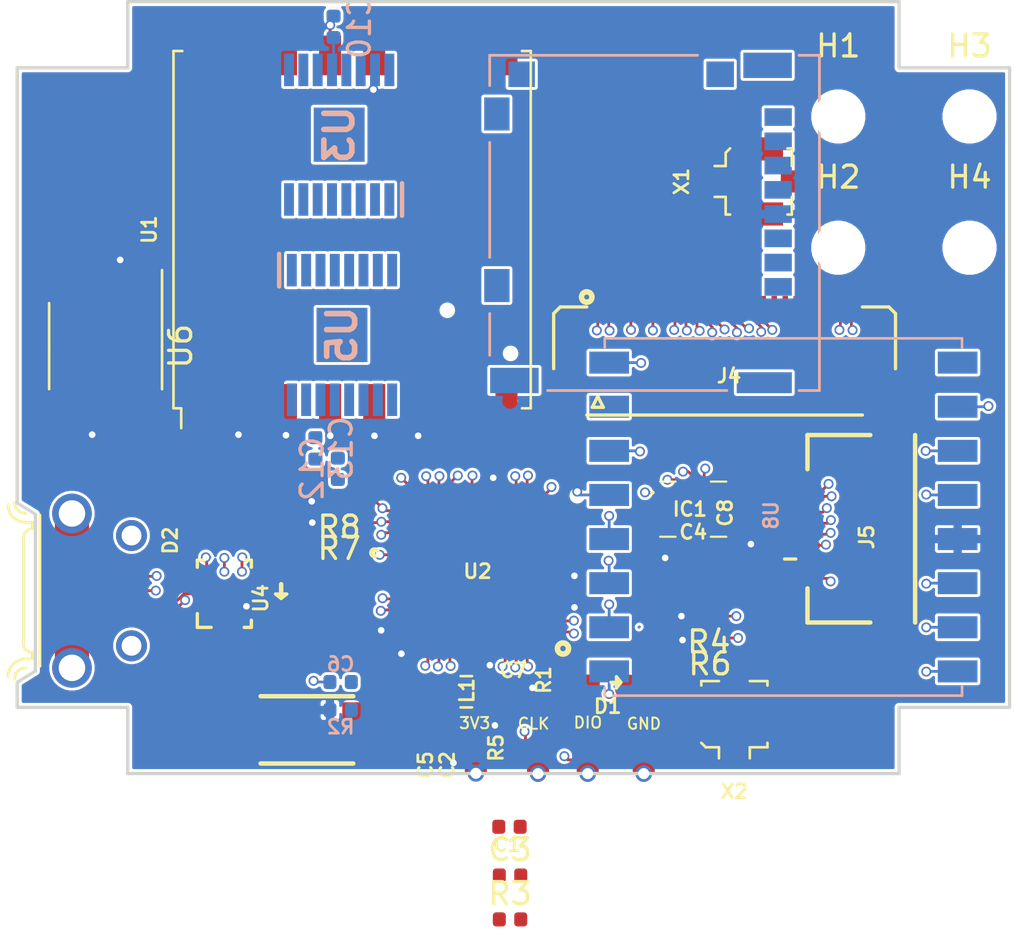
<source format=kicad_pcb>
(kicad_pcb (version 20171130) (host pcbnew "(5.1.4-0-10_14)")
  (title_block (title "Project Title"))
  (layers (0 Top power) (1 In1.Cu mixed hide) (2 In2.Cu mixed hide) (31 Bottom power hide) (34 B.Paste user hide) (35 F.Paste user hide) (36 B.SilkS user hide) (37 F.SilkS user hide) (38 B.Mask user hide) (39 F.Mask user hide) (44 Edge.Cuts user))
  (net 0 "")
  (net 1 GND)
  (net 2 /USB+)
  (net 3 /USB-)
  (net 4 VUSB)
  (net 5 /SWDIO)
  (net 6 /SWCLK)
  (net 7 /LED1)
  (net 8 MISO)
  (net 9 SCK)
  (net 10 MOSI)
  (net 11 "Net-(U4-PadB1)")
  (net 12 "Net-(D1-Pad1)")
  (net 13 PA23)
  (net 14 PA22)
  (net 15 PA21)
  (net 16 TX)
  (net 17 RX)
  (net 18 "Net-(L1-Pad1)")
  (net 19 DAC0)
  (net 20 +3V3)
  (net 21 "Net-(U2-Pad20)")
  (net 22 "Net-(D2-Pad1)")
  (net 23 "Net-(J2-Pad4)")
  (net 24 "Net-(J3-Pad1)")
  (net 25 "Net-(U1-Pad9)")
  (net 26 "Net-(U1-Pad11)")
  (net 27 "Net-(U2-Pad16)")
  (net 28 "Net-(C2-Pad1)")
  (net 29 "Net-(U8-Pad7)")
  (net 30 "Net-(U2-Pad11)")
  (net 31 "Net-(U2-Pad28)")
  (net 32 RF_CS)
  (net 33 RF_RST)
  (net 34 RF_DIO3)
  (net 35 RF_BUSY)
  (net 36 RF_DIO0)
  (net 37 RF_DIO1)
  (net 38 RF_DIO2)
  (net 39 PA04)
  (net 40 DAC1)
  (net 41 PA07)
  (net 42 CS_IMU)
  (net 43 "Net-(IC1-Pad11)")
  (net 44 "Net-(IC1-Pad10)")
  (net 45 "Net-(IC1-Pad9)")
  (net 46 "Net-(IC1-Pad4)")
  (net 47 "Net-(J3-Pad8)")
  (net 48 CS_SD)
  (net 49 "Net-(J4-Pad22)")
  (net 50 "Net-(J4-Pad21)")
  (net 51 "Net-(J4-Pad20)")
  (net 52 "Net-(J4-Pad19)")
  (net 53 "Net-(J4-Pad18)")
  (net 54 "Net-(J4-Pad17)")
  (net 55 "Net-(U1-Pad16)")
  (net 56 "Net-(U1-Pad15)")
  (net 57 "Net-(U1-Pad14)")
  (net 58 RF2_BUSY)
  (net 59 "Net-(U1-Pad7)")
  (net 60 RF2_RST)
  (net 61 CS_RF2)
  (net 62 "Net-(U8-Pad9)")
  (net 63 CS_RF1)
  (net 64 "Net-(R3-Pad2)")
  (net 65 ~RESET)
  (net 66 WDT_WDI)
  (net 67 "Net-(U6-Pad5)")
  (net 68 "Net-(U6-Pad1)")
  (net 69 BATT_N)
  (net 70 BATT_P)
  (net 71 "Net-(C10-Pad1)")
  (net 72 "Net-(C11-Pad2)")
  (net 73 "Net-(C12-Pad1)")
  (net 74 "Net-(C13-Pad2)")
  (net 75 SDA2)
  (net 76 SDA1)
  (net 77 SCL2)
  (net 78 SCL1)
  (net 79 COIL3N)
  (net 80 BURN2)
  (net 81 COIL3P)
  (net 82 BURN1)
  (net 83 COIL2N)
  (net 84 COIL2P)
  (net 85 COIL1N)
  (net 86 COIL1P)
  (net 87 3V3)
  (net 88 EN_CAM)
  (net 89 CS_CAM)
  (net 90 MINX_1)
  (net 91 MINX_2)
  (net 92 VINT_1)
  (net 93 MINZ_2)
  (net 94 MINZ_1)
  (net 95 DXZ_FAULT)
  (net 96 MOZ_1)
  (net 97 MOZ_2)
  (net 98 MXZ_EN)
  (net 99 MOX_2)
  (net 100 MOX_1)
  (net 101 "Net-(J4-Pad7)")
  (net 102 "Net-(J4-Pad5)")
  (net 103 "Net-(J5-Pad3)")
  (net 104 "Net-(J5-Pad10)")
  (module MountingHole:MountingHole_2.2mm_M2 (layer Top) (at 113.9444 79.248)
    (fp_text reference H1 (at 0 -3.2) (layer F.SilkS))
    (fp_text value MountingHole)
    (pad 1 np_thru_hole circle (at 0 0) (size 2.2 2.2) (drill 2.2) (layers *.Cu *.Mask))
  )
  (module RF_Module:HOPERF_RFM9XW_SMD (layer Bottom) (at 111.4552 97.409)
    (fp_text reference U8 (at -0.5588 -0.0762 -270) (layer B.SilkS) (effects (font (size 0.635 0.635) (thickness 0.127)) (justify mirror)))
    (fp_text value RFM95W-915S2)
    (pad 16 smd rect (at 7.9 7) (size 1.8 1) (layers Bottom B.Paste B.Mask) (net 38 RF_DIO2))
    (pad 15 smd rect (at 7.9 5) (size 1.8 1) (layers Bottom B.Paste B.Mask) (net 37 RF_DIO1))
    (pad 14 smd rect (at 7.9 3) (size 1.8 1) (layers Bottom B.Paste B.Mask) (net 36 RF_DIO0))
    (pad 13 smd rect (at 7.9 1) (size 1.8 1) (layers Bottom B.Paste B.Mask) (net 20 +3V3))
    (pad 12 smd rect (at 7.9 -1) (size 1.8 1) (layers Bottom B.Paste B.Mask) (net 35 RF_BUSY))
    (pad 11 smd rect (at 7.9 -3) (size 1.8 1) (layers Bottom B.Paste B.Mask) (net 34 RF_DIO3))
    (pad 10 smd rect (at 7.9 -5) (size 1.8 1) (layers Bottom B.Paste B.Mask) (net 1 GND))
    (pad 9 smd rect (at 7.9 -7) (size 1.8 1) (layers Bottom B.Paste B.Mask) (net 62 "Net-(U8-Pad9)"))
    (pad 8 smd rect (at -7.9 -7) (size 1.8 1) (layers Bottom B.Paste B.Mask) (net 1 GND))
    (pad 7 smd rect (at -7.9 -5) (size 1.8 1) (layers Bottom B.Paste B.Mask) (net 29 "Net-(U8-Pad7)"))
    (pad 6 smd rect (at -7.9 -3) (size 1.8 1) (layers Bottom B.Paste B.Mask) (net 33 RF_RST))
    (pad 5 smd rect (at -7.9 -1) (size 1.8 1) (layers Bottom B.Paste B.Mask) (net 63 CS_RF1))
    (pad 4 smd rect (at -7.9 1) (size 1.8 1) (layers Bottom B.Paste B.Mask) (net 9 SCK))
    (pad 3 smd rect (at -7.9 3) (size 1.8 1) (layers Bottom B.Paste B.Mask) (net 10 MOSI))
    (pad 2 smd rect (at -7.9 5) (size 1.8 1) (layers Bottom B.Paste B.Mask) (net 8 MISO))
    (pad 1 smd rect (at -7.9 7) (size 1.8 1) (layers Bottom B.Paste B.Mask) (net 1 GND))
  )
  (module RF_Module:HOPERF_RFM9XW_SMD (layer Top) (at 91.9 84.3794 90)
    (fp_text reference U1 (at 0 -9.2 90) (layer F.SilkS) (effects (font (size 0.635 0.635) (thickness 0.127))))
    (fp_text value RFM95W-915S2)
    (pad 1 smd rect (at -7.9 -7 90) (size 1.8 1) (layers Top F.Paste F.Mask) (net 1 GND))
    (pad 2 smd rect (at -7.9 -5 90) (size 1.8 1) (layers Top F.Paste F.Mask) (net 8 MISO))
    (pad 3 smd rect (at -7.9 -3 90) (size 1.8 1) (layers Top F.Paste F.Mask) (net 10 MOSI))
    (pad 4 smd rect (at -7.9 -1 90) (size 1.8 1) (layers Top F.Paste F.Mask) (net 9 SCK))
    (pad 5 smd rect (at -7.9 1 90) (size 1.8 1) (layers Top F.Paste F.Mask) (net 61 CS_RF2))
    (pad 6 smd rect (at -7.9 3 90) (size 1.8 1) (layers Top F.Paste F.Mask) (net 60 RF2_RST))
    (pad 7 smd rect (at -7.9 5 90) (size 1.8 1) (layers Top F.Paste F.Mask) (net 59 "Net-(U1-Pad7)"))
    (pad 8 smd rect (at -7.9 7 90) (size 1.8 1) (layers Top F.Paste F.Mask) (net 1 GND))
    (pad 9 smd rect (at 7.9 7 90) (size 1.8 1) (layers Top F.Paste F.Mask) (net 25 "Net-(U1-Pad9)"))
    (pad 10 smd rect (at 7.9 5 90) (size 1.8 1) (layers Top F.Paste F.Mask) (net 1 GND))
    (pad 11 smd rect (at 7.9 3 90) (size 1.8 1) (layers Top F.Paste F.Mask) (net 26 "Net-(U1-Pad11)"))
    (pad 12 smd rect (at 7.9 1 90) (size 1.8 1) (layers Top F.Paste F.Mask) (net 58 RF2_BUSY))
    (pad 13 smd rect (at 7.9 -1 90) (size 1.8 1) (layers Top F.Paste F.Mask) (net 20 +3V3))
    (pad 14 smd rect (at 7.9 -3 90) (size 1.8 1) (layers Top F.Paste F.Mask) (net 57 "Net-(U1-Pad14)"))
    (pad 15 smd rect (at 7.9 -5 90) (size 1.8 1) (layers Top F.Paste F.Mask) (net 56 "Net-(U1-Pad15)"))
    (pad 16 smd rect (at 7.9 -7 90) (size 1.8 1) (layers Top F.Paste F.Mask) (net 55 "Net-(U1-Pad16)"))
  )
  (module MountingHole:MountingHole_2.2mm_M2 (layer Top) (at 119.8944 85.198)
    (fp_text reference H4 (at 0 -3.2) (layer F.SilkS))
    (fp_text value MountingHole)
    (pad 1 np_thru_hole circle (at 0 0) (size 2.2 2.2) (drill 2.2) (layers *.Cu *.Mask))
  )
  (module MountingHole:MountingHole_2.2mm_M2 (layer Top) (at 119.8944 79.248)
    (fp_text reference H3 (at 0 -3.2) (layer F.SilkS))
    (fp_text value MountingHole)
    (pad 1 np_thru_hole circle (at 0 0) (size 2.2 2.2) (drill 2.2) (layers *.Cu *.Mask))
  )
  (module MountingHole:MountingHole_2.2mm_M2 (layer Top) (at 113.9444 85.198)
    (fp_text reference H2 (at 0 -3.2) (layer F.SilkS))
    (fp_text value MountingHole)
    (pad 1 np_thru_hole circle (at 0 0) (size 2.2 2.2) (drill 2.2) (layers *.Cu *.Mask))
  )
  (module custom-footprints:BMX160 (layer Top) (at 107.3658 97.0534 180)
    (fp_text reference IC1 (at 0.15 0) (layer F.SilkS) (effects (font (size 0.635 0.635) (thickness 0.127))))
    (fp_text value BMX160 hide)
    (pad 14 smd rect (at 0.5 1.012 180) (size 0.25 0.675) (layers Top F.Paste F.Mask) (net 10 MOSI))
    (pad 13 smd rect (at 0 1.012 180) (size 0.25 0.675) (layers Top F.Paste F.Mask) (net 9 SCK))
    (pad 12 smd rect (at -0.5 1.012 180) (size 0.25 0.675) (layers Top F.Paste F.Mask) (net 42 CS_IMU))
    (pad 11 smd rect (at -1.262 0.75 270) (size 0.25 0.675) (layers Top F.Paste F.Mask) (net 43 "Net-(IC1-Pad11)"))
    (pad 10 smd rect (at -1.262 0.25 270) (size 0.25 0.675) (layers Top F.Paste F.Mask) (net 44 "Net-(IC1-Pad10)"))
    (pad 9 smd rect (at -1.262 -0.25 270) (size 0.25 0.675) (layers Top F.Paste F.Mask) (net 45 "Net-(IC1-Pad9)"))
    (pad 8 smd rect (at -1.262 -0.75 270) (size 0.25 0.675) (layers Top F.Paste F.Mask) (net 20 +3V3))
    (pad 7 smd rect (at -0.5 -1.012 180) (size 0.25 0.675) (layers Top F.Paste F.Mask) (net 1 GND))
    (pad 6 smd rect (at 0 -1.012 180) (size 0.25 0.675) (layers Top F.Paste F.Mask) (net 1 GND))
    (pad 5 smd rect (at 0.5 -1.012 180) (size 0.25 0.675) (layers Top F.Paste F.Mask) (net 20 +3V3))
    (pad 4 smd rect (at 1.262 -0.75 270) (size 0.25 0.675) (layers Top F.Paste F.Mask) (net 46 "Net-(IC1-Pad4)"))
    (pad 3 smd rect (at 1.262 -0.25 270) (size 0.25 0.675) (layers Top F.Paste F.Mask) (net 1 GND))
    (pad 2 smd rect (at 1.262 0.25 270) (size 0.25 0.675) (layers Top F.Paste F.Mask) (net 1 GND))
    (pad 1 smd rect (at 1.262 0.75 270) (size 0.25 0.675) (layers Top F.Paste F.Mask) (net 8 MISO))
  )
  (module Package_SO:SO-8_3.9x4.9mm_P1.27mm (layer Top) (at 80.7212 89.662 270)
    (fp_text reference U6 (at 0 -3.4 90) (layer F.SilkS))
    (fp_text value MAX708RESA-T)
    (pad 8 smd roundrect (at 2.575 -1.905 270) (size 1.75 0.6) (layers Top F.Paste F.Mask) (net 64 "Net-(R3-Pad2)"))
    (pad 7 smd roundrect (at 2.575 -0.635 270) (size 1.75 0.6) (layers Top F.Paste F.Mask) (net 64 "Net-(R3-Pad2)"))
    (pad 6 smd roundrect (at 2.575 0.635 270) (size 1.75 0.6) (layers Top F.Paste F.Mask) (net 66 WDT_WDI))
    (pad 5 smd roundrect (at 2.575 1.905 270) (size 1.75 0.6) (layers Top F.Paste F.Mask) (net 67 "Net-(U6-Pad5)"))
    (pad 4 smd roundrect (at -2.575 1.905 270) (size 1.75 0.6) (layers Top F.Paste F.Mask) (net 1 GND))
    (pad 3 smd roundrect (at -2.575 0.635 270) (size 1.75 0.6) (layers Top F.Paste F.Mask) (net 1 GND))
    (pad 2 smd roundrect (at -2.575 -0.635 270) (size 1.75 0.6) (layers Top F.Paste F.Mask) (net 20 +3V3))
    (pad 1 smd roundrect (at -2.575 -1.905 270) (size 1.75 0.6) (layers Top F.Paste F.Mask) (net 68 "Net-(U6-Pad1)"))
  )
  (module Resistor_SMD:R_0402_1005Metric (layer Top) (at 99.06 115.655)
    (fp_text reference R3 (at 0 -1.17) (layer F.SilkS))
    (fp_text value 10K)
    (pad 2 smd roundrect (at 0.485 0) (size 0.59 0.64) (layers Top F.Paste F.Mask) (net 64 "Net-(R3-Pad2)"))
    (pad 1 smd roundrect (at -0.485 0) (size 0.59 0.64) (layers Top F.Paste F.Mask) (net 65 ~RESET))
  )
  (module Capacitor_SMD:C_0402_1005Metric (layer Top) (at 99.06 113.665)
    (fp_text reference C3 (at 0 -1.17) (layer F.SilkS))
    (fp_text value 1uF)
    (pad 2 smd roundrect (at 0.485 0) (size 0.59 0.64) (layers Top F.Paste F.Mask) (net 1 GND))
    (pad 1 smd roundrect (at -0.485 0) (size 0.59 0.64) (layers Top F.Paste F.Mask) (net 20 +3V3))
  )
  (module Capacitor_SMD:C_0402_1005Metric (layer Bottom) (at 91.253501 95.224001 270)
    (fp_text reference C12 (at 0 1.17 90) (layer B.SilkS) (effects (justify mirror)))
    (fp_text value 0.1uF)
    (pad 2 smd roundrect (at 0.485 0 270) (size 0.59 0.64) (layers Bottom B.Paste B.Mask) (net 1 GND))
    (pad 1 smd roundrect (at -0.485 0 270) (size 0.59 0.64) (layers Bottom B.Paste B.Mask) (net 73 "Net-(C12-Pad1)"))
  )
  (module Resistor_SMD:R_0402_1005Metric (layer Top) (at 108.077 101.9048 180)
    (fp_text reference R4 (at 0 -1.17 180) (layer F.SilkS))
    (fp_text value 10K)
    (pad 2 smd roundrect (at 0.485 0 180) (size 0.59 0.64) (layers Top F.Paste F.Mask) (net 20 +3V3))
    (pad 1 smd roundrect (at -0.485 0 180) (size 0.59 0.64) (layers Top F.Paste F.Mask) (net 78 SCL1))
  )
  (module "KiCAD Libraries:SOP65P640X120-17N" (layer Bottom) (at 91.313 80.0735 90)
    (fp_text reference U3 (at 0 0 90) (layer B.SilkS) (effects (font (size 1.27 1.27) (thickness 0.254)) (justify mirror)))
    (fp_text value DRV8848 hide)
    (pad 17 smd rect (at 0 0) (size 2.31 2.46) (layers Bottom B.Paste B.Mask) (net 1 GND))
    (pad 16 smd rect (at 2.938 2.275) (size 0.45 1.475) (layers Bottom B.Paste B.Mask) (net 90 MINX_1))
    (pad 15 smd rect (at 2.938 1.625) (size 0.45 1.475) (layers Bottom B.Paste B.Mask) (net 91 MINX_2))
    (pad 14 smd rect (at 2.938 0.975) (size 0.45 1.475) (layers Bottom B.Paste B.Mask) (net 72 "Net-(C11-Pad2)"))
    (pad 13 smd rect (at 2.938 0.325) (size 0.45 1.475) (layers Bottom B.Paste B.Mask) (net 1 GND))
    (pad 12 smd rect (at 2.938 -0.325) (size 0.45 1.475) (layers Bottom B.Paste B.Mask) (net 71 "Net-(C10-Pad1)"))
    (pad 11 smd rect (at 2.938 -0.975) (size 0.45 1.475) (layers Bottom B.Paste B.Mask) (net 92 VINT_1))
    (pad 10 smd rect (at 2.938 -1.625) (size 0.45 1.475) (layers Bottom B.Paste B.Mask) (net 93 MINZ_2))
    (pad 9 smd rect (at 2.938 -2.275) (size 0.45 1.475) (layers Bottom B.Paste B.Mask) (net 94 MINZ_1))
    (pad 8 smd rect (at -2.938 -2.275) (size 0.45 1.475) (layers Bottom B.Paste B.Mask) (net 95 DXZ_FAULT))
    (pad 7 smd rect (at -2.938 -1.625) (size 0.45 1.475) (layers Bottom B.Paste B.Mask) (net 96 MOZ_1))
    (pad 6 smd rect (at -2.938 -0.975) (size 0.45 1.475) (layers Bottom B.Paste B.Mask) (net 1 GND))
    (pad 5 smd rect (at -2.938 -0.325) (size 0.45 1.475) (layers Bottom B.Paste B.Mask) (net 97 MOZ_2))
    (pad 4 smd rect (at -2.938 0.325) (size 0.45 1.475) (layers Bottom B.Paste B.Mask) (net 99 MOX_2))
    (pad 3 smd rect (at -2.938 0.975) (size 0.45 1.475) (layers Bottom B.Paste B.Mask) (net 1 GND))
    (pad 2 smd rect (at -2.938 1.625) (size 0.45 1.475) (layers Bottom B.Paste B.Mask) (net 100 MOX_1))
    (pad 1 smd rect (at -2.938 2.275) (size 0.45 1.475) (layers Bottom B.Paste B.Mask) (net 98 MXZ_EN))
  )
  (module "KiCAD Libraries:SOP65P640X120-17N" (layer Bottom) (at 91.44 89.154 270)
    (fp_text reference U5 (at 0 0 270) (layer B.SilkS) (effects (font (size 1.27 1.27) (thickness 0.254)) (justify mirror)))
    (fp_text value DRV8848 hide)
    (pad 17 smd rect (at 0 0 180) (size 2.31 2.46) (layers Bottom B.Paste B.Mask) (net 1 GND))
    (pad 16 smd rect (at 2.938 2.275 180) (size 0.45 1.475) (layers Bottom B.Paste B.Mask) (net 90 MINX_1))
    (pad 15 smd rect (at 2.938 1.625 180) (size 0.45 1.475) (layers Bottom B.Paste B.Mask) (net 91 MINX_2))
    (pad 14 smd rect (at 2.938 0.975 180) (size 0.45 1.475) (layers Bottom B.Paste B.Mask) (net 74 "Net-(C13-Pad2)"))
    (pad 13 smd rect (at 2.938 0.325 180) (size 0.45 1.475) (layers Bottom B.Paste B.Mask) (net 1 GND))
    (pad 12 smd rect (at 2.938 -0.325 180) (size 0.45 1.475) (layers Bottom B.Paste B.Mask) (net 73 "Net-(C12-Pad1)"))
    (pad 11 smd rect (at 2.938 -0.975 180) (size 0.45 1.475) (layers Bottom B.Paste B.Mask) (net 92 VINT_1))
    (pad 10 smd rect (at 2.938 -1.625 180) (size 0.45 1.475) (layers Bottom B.Paste B.Mask) (net 93 MINZ_2))
    (pad 9 smd rect (at 2.938 -2.275 180) (size 0.45 1.475) (layers Bottom B.Paste B.Mask) (net 94 MINZ_1))
    (pad 8 smd rect (at -2.938 -2.275 180) (size 0.45 1.475) (layers Bottom B.Paste B.Mask) (net 95 DXZ_FAULT))
    (pad 7 smd rect (at -2.938 -1.625 180) (size 0.45 1.475) (layers Bottom B.Paste B.Mask) (net 96 MOZ_1))
    (pad 6 smd rect (at -2.938 -0.975 180) (size 0.45 1.475) (layers Bottom B.Paste B.Mask) (net 1 GND))
    (pad 5 smd rect (at -2.938 -0.325 180) (size 0.45 1.475) (layers Bottom B.Paste B.Mask) (net 97 MOZ_2))
    (pad 4 smd rect (at -2.938 0.325 180) (size 0.45 1.475) (layers Bottom B.Paste B.Mask) (net 91 MINX_2))
    (pad 3 smd rect (at -2.938 0.975 180) (size 0.45 1.475) (layers Bottom B.Paste B.Mask) (net 1 GND))
    (pad 2 smd rect (at -2.938 1.625 180) (size 0.45 1.475) (layers Bottom B.Paste B.Mask) (net 90 MINX_1))
    (pad 1 smd rect (at -2.938 2.275 180) (size 0.45 1.475) (layers Bottom B.Paste B.Mask) (net 98 MXZ_EN))
  )
  (module custom-footprints:503182-1853_MOLEX-MicroSD (layer Bottom) (at 105.6132 84.074 90)
    (fp_text reference J3 hide)
    (fp_text value Micro_SD_Card hide)
    (pad SH3 smd rect (at 4.94 -7.15 270) (size 1.5 1.15) (layers Bottom B.Paste B.Mask))
    (pad SH4 smd rect (at -2.84 -7.15 270) (size 1.5 1.15) (layers Bottom B.Paste B.Mask))
    (pad SH5 smd rect (at -7.145 -6.355) (size 2.2 1.15) (layers Bottom B.Paste B.Mask))
    (pad DET_T smd rect (at 6.74 -6.025) (size 1.2 1.16) (layers Bottom B.Paste B.Mask))
    (pad SW_T smd rect (at 6.74 2.975) (size 1.25 1.16) (layers Bottom B.Paste B.Mask))
    (pad SH2 smd rect (at 7.145 5.125) (size 2.2 1.15) (layers Bottom B.Paste B.Mask))
    (pad SH1 smd rect (at -7.245 4.975) (size 2.5 0.95) (layers Bottom B.Paste B.Mask))
    (pad 8 smd rect (at 4.8 5.605) (size 1.24 0.8) (layers Bottom B.Paste B.Mask) (net 47 "Net-(J3-Pad8)"))
    (pad 7 smd rect (at 3.7 5.605) (size 1.24 0.8) (layers Bottom B.Paste B.Mask) (net 8 MISO))
    (pad 6 smd rect (at 2.6 5.605) (size 1.24 0.8) (layers Bottom B.Paste B.Mask) (net 1 GND))
    (pad 5 smd rect (at 1.5 5.605) (size 1.24 0.8) (layers Bottom B.Paste B.Mask) (net 9 SCK))
    (pad 4 smd rect (at 0.4 5.605) (size 1.24 0.8) (layers Bottom B.Paste B.Mask) (net 20 +3V3))
    (pad 3 smd rect (at -0.7 5.605) (size 1.24 0.8) (layers Bottom B.Paste B.Mask) (net 10 MOSI))
    (pad 2 smd rect (at -1.8 5.605) (size 1.24 0.8) (layers Bottom B.Paste B.Mask) (net 48 CS_SD))
    (pad 1 smd rect (at -2.9 5.605) (size 1.24 0.8) (layers Bottom B.Paste B.Mask) (net 24 "Net-(J3-Pad1)"))
  )
  (module custom-footprints:castellated_small_1side (layer Top) (at 97.5106 107.6452 270)
    (fp_text reference J29 hide)
    (fp_text value Conn_01x01)
    (pad 1 smd custom (at 0.762 0 270) (size 1.25 1) (layers Top F.Paste F.Mask) (net 20 +3V3) (options (clearance outline) (anchor rect)) (primitives (gr_circle (center -0.625 0) (end -0.125 0) (width 0))))
    (pad 1 thru_hole circle (at 1.387 0 270) (size 0.75 0.75) (drill 0.5) (layers *.Cu *.Mask) (net 20 +3V3))
  )
  (module Capacitor_SMD:C_0402_1005Metric (layer Top) (at 109.982 97.2185 90)
    (fp_text reference C8 (at 0 -1.17 90) (layer F.SilkS) (effects (font (size 0.635 0.635) (thickness 0.127))))
    (fp_text value 0.1uF)
    (pad 2 smd roundrect (at 0.485 0 90) (size 0.59 0.64) (layers Top F.Paste F.Mask) (net 1 GND))
    (pad 1 smd roundrect (at -0.485 0 90) (size 0.59 0.64) (layers Top F.Paste F.Mask) (net 20 +3V3))
  )
  (module Capacitor_SMD:C_0402_1005Metric (layer Top) (at 107.3658 99.2632)
    (fp_text reference C4 (at 0 -1.17) (layer F.SilkS) (effects (font (size 0.635 0.635) (thickness 0.127))))
    (fp_text value 0.1uF)
    (pad 2 smd roundrect (at 0.485 0) (size 0.59 0.64) (layers Top F.Paste F.Mask) (net 1 GND))
    (pad 1 smd roundrect (at -0.485 0) (size 0.59 0.64) (layers Top F.Paste F.Mask) (net 20 +3V3))
  )
  (module Connector_Coaxial:U.FL_Molex_MCRF_73412-0110_Vertical (layer Top) (at 109.2327 106.3498)
    (fp_text reference X2 (at 0 3.5) (layer F.SilkS) (effects (font (size 0.635 0.635) (thickness 0.127))))
    (fp_text value ANTENNA_U.FL)
    (pad 1 smd rect (at 0 1.5) (size 1 1) (layers Top F.Paste F.Mask) (net 1 GND))
    (pad 2 smd rect (at 0 -1.5) (size 1 1) (layers Top F.Paste F.Mask) (net 1 GND))
    (pad 2 smd rect (at 1.475 0) (size 1.05 2.2) (layers Top F.Paste F.Mask) (net 1 GND))
    (pad 2 smd rect (at -1.475 0) (size 1.05 2.2) (layers Top F.Paste F.Mask) (net 1 GND))
  )
  (module Connector_Coaxial:U.FL_Molex_MCRF_73412-0110_Vertical (layer Top) (at 110.3376 82.1944 270)
    (fp_text reference X1 (at 0 3.5 90) (layer F.SilkS) (effects (font (size 0.635 0.635) (thickness 0.127))))
    (fp_text value ANTENNA_U.FL)
    (pad 1 smd rect (at 0 1.5 270) (size 1 1) (layers Top F.Paste F.Mask) (net 1 GND))
    (pad 2 smd rect (at 0 -1.5 270) (size 1 1) (layers Top F.Paste F.Mask) (net 1 GND))
    (pad 2 smd rect (at 1.475 0 270) (size 1.05 2.2) (layers Top F.Paste F.Mask) (net 1 GND))
    (pad 2 smd rect (at -1.475 0 270) (size 1.05 2.2) (layers Top F.Paste F.Mask) (net 1 GND))
  )
  (module custom-footprints:XF2M-1015-1A (layer Top) (at 112.5474 97.9424 90)
    (fp_text reference J5 (at -0.37186 2.68404 90) (layer F.SilkS) (effects (font (size 0.635 0.635) (thickness 0.127))))
    (fp_text value XF2M-1015-1A hide)
    (pad 12 smd rect (at 3.9 3.9 180) (size 1.5 1.7) (layers Top F.Paste F.Mask))
    (pad 11 smd rect (at -3.9 3.9 180) (size 1.5 1.7) (layers Top F.Paste F.Mask))
    (pad 10 smd rect (at 2.25 0 90) (size 0.25 1.1) (layers Top F.Paste F.Mask) (net 104 "Net-(J5-Pad10)"))
    (pad 9 smd rect (at 1.75 0 90) (size 0.25 1.1) (layers Top F.Paste F.Mask) (net 9 SCK))
    (pad 8 smd rect (at 1.25 0 90) (size 0.25 1.1) (layers Top F.Paste F.Mask) (net 10 MOSI))
    (pad 7 smd rect (at 0.75 0 90) (size 0.25 1.1) (layers Top F.Paste F.Mask) (net 8 MISO))
    (pad 6 smd rect (at 0.25 0 90) (size 0.25 1.1) (layers Top F.Paste F.Mask) (net 89 CS_CAM))
    (pad 5 smd rect (at -0.25 0 90) (size 0.25 1.1) (layers Top F.Paste F.Mask) (net 88 EN_CAM))
    (pad 4 smd rect (at -0.75 0 90) (size 0.25 1.1) (layers Top F.Paste F.Mask) (net 69 BATT_N))
    (pad 3 smd rect (at -1.25 0 90) (size 0.25 1.1) (layers Top F.Paste F.Mask) (net 103 "Net-(J5-Pad3)"))
    (pad 2 smd rect (at -1.75 0 90) (size 0.25 1.1) (layers Top F.Paste F.Mask) (net 1 GND))
    (pad 1 smd rect (at -2.25 0 90) (size 0.25 1.1) (layers Top F.Paste F.Mask) (net 70 BATT_P))
  )
  (module custom-footprints:XF2M-2415-1A (layer Top) (at 108.7882 87.9348)
    (fp_text reference J4 (at 0.2 3.075 180) (layer F.SilkS) (effects (font (size 0.635 0.635) (thickness 0.127))))
    (fp_text value xf2m-2415-1a hide)
    (pad 26 smd rect (at 7.4 3.9 90) (size 1.5 1.7) (layers Top F.Paste F.Mask))
    (pad 25 smd rect (at -7.4 3.9 90) (size 1.5 1.7) (layers Top F.Paste F.Mask))
    (pad 24 smd rect (at 5.75 0) (size 0.25 1.1) (layers Top F.Paste F.Mask) (net 70 BATT_P))
    (pad 23 smd rect (at 5.25 0) (size 0.25 1.1) (layers Top F.Paste F.Mask) (net 69 BATT_N))
    (pad 22 smd rect (at 4.75 0) (size 0.25 1.1) (layers Top F.Paste F.Mask) (net 49 "Net-(J4-Pad22)"))
    (pad 21 smd rect (at 4.25 0) (size 0.25 1.1) (layers Top F.Paste F.Mask) (net 50 "Net-(J4-Pad21)"))
    (pad 20 smd rect (at 3.75 0) (size 0.25 1.1) (layers Top F.Paste F.Mask) (net 51 "Net-(J4-Pad20)"))
    (pad 19 smd rect (at 3.25 0) (size 0.25 1.1) (layers Top F.Paste F.Mask) (net 52 "Net-(J4-Pad19)"))
    (pad 18 smd rect (at 2.75 0) (size 0.25 1.1) (layers Top F.Paste F.Mask) (net 53 "Net-(J4-Pad18)"))
    (pad 17 smd rect (at 2.25 0) (size 0.25 1.1) (layers Top F.Paste F.Mask) (net 54 "Net-(J4-Pad17)"))
    (pad 16 smd rect (at 1.75 0) (size 0.25 1.1) (layers Top F.Paste F.Mask) (net 76 SDA1))
    (pad 15 smd rect (at 1.25 0) (size 0.25 1.1) (layers Top F.Paste F.Mask) (net 78 SCL1))
    (pad 14 smd rect (at 0.75 0) (size 0.25 1.1) (layers Top F.Paste F.Mask) (net 75 SDA2))
    (pad 13 smd rect (at 0.25 0) (size 0.25 1.1) (layers Top F.Paste F.Mask) (net 77 SCL2))
    (pad 12 smd rect (at -0.25 0) (size 0.25 1.1) (layers Top F.Paste F.Mask) (net 79 COIL3N))
    (pad 11 smd rect (at -0.75 0) (size 0.25 1.1) (layers Top F.Paste F.Mask) (net 80 BURN2))
    (pad 10 smd rect (at -1.25 0) (size 0.25 1.1) (layers Top F.Paste F.Mask) (net 81 COIL3P))
    (pad 9 smd rect (at -1.75 0) (size 0.25 1.1) (layers Top F.Paste F.Mask) (net 82 BURN1))
    (pad 8 smd rect (at -2.25 0) (size 0.25 1.1) (layers Top F.Paste F.Mask) (net 83 COIL2N))
    (pad 7 smd rect (at -2.75 0) (size 0.25 1.1) (layers Top F.Paste F.Mask) (net 101 "Net-(J4-Pad7)"))
    (pad 6 smd rect (at -3.25 0) (size 0.25 1.1) (layers Top F.Paste F.Mask) (net 84 COIL2P))
    (pad 5 smd rect (at -3.75 0) (size 0.25 1.1) (layers Top F.Paste F.Mask) (net 102 "Net-(J4-Pad5)"))
    (pad 4 smd rect (at -4.25 0) (size 0.25 1.1) (layers Top F.Paste F.Mask) (net 85 COIL1N))
    (pad 3 smd rect (at -4.75 0) (size 0.25 1.1) (layers Top F.Paste F.Mask) (net 1 GND))
    (pad 2 smd rect (at -5.25 0) (size 0.25 1.1) (layers Top F.Paste F.Mask) (net 86 COIL1P))
    (pad 1 smd rect (at -5.75 0) (size 0.25 1.1) (layers Top F.Paste F.Mask) (net 87 3V3))
  )
  (module custom-footprints:castellated_small_1side (layer Top) (at 105.12298 107.6579 270)
    (fp_text reference J30 hide)
    (fp_text value Conn_01x01)
    (pad 1 smd custom (at 0.762 0 270) (size 1.25 1) (layers Top F.Paste F.Mask) (net 1 GND) (options (clearance outline) (anchor rect)) (primitives (gr_circle (center -0.625 0) (end -0.125 0) (width 0))))
    (pad 1 thru_hole circle (at 1.387 0 270) (size 0.75 0.75) (drill 0.5) (layers *.Cu *.Mask) (net 1 GND))
  )
  (module custom-footprints:castellated_small_1side (layer Top) (at 100.33 107.6579 270)
    (fp_text reference J28 hide)
    (fp_text value Conn_01x01)
    (pad 1 smd custom (at 0.762 0 270) (size 1.25 1) (layers Top F.Paste F.Mask) (net 6 /SWCLK) (options (clearance outline) (anchor rect)) (primitives (gr_circle (center -0.625 0) (end -0.125 0) (width 0))))
    (pad 1 thru_hole circle (at 1.387 0 270) (size 0.75 0.75) (drill 0.5) (layers *.Cu *.Mask) (net 6 /SWCLK))
  )
  (module custom-footprints:castellated_small_1side (layer Top) (at 102.58298 107.6579 270)
    (fp_text reference J1 hide)
    (fp_text value Conn_01x01)
    (pad 1 smd custom (at 0.762 0 270) (size 1.25 1) (layers Top F.Paste F.Mask) (net 5 /SWDIO) (options (clearance outline) (anchor rect)) (primitives (gr_circle (center -0.625 0) (end -0.125 0) (width 0))))
    (pad 1 thru_hole circle (at 1.387 0 270) (size 0.75 0.75) (drill 0.5) (layers *.Cu *.Mask) (net 5 /SWDIO))
  )
  (module LED_SMD:LED_0603_1608Metric (layer Top) (at 103.4796 105.029)
    (fp_text reference D1 (at 0.00762 0.9652 180) (layer F.SilkS) (effects (font (size 0.635 0.635) (thickness 0.127))))
    (fp_text value GREEN)
    (pad 1 smd roundrect (at -0.7875 0) (size 0.875 0.95) (layers Top F.Paste F.Mask) (net 12 "Net-(D1-Pad1)"))
    (pad 2 smd roundrect (at 0.7875 0) (size 0.875 0.95) (layers Top F.Paste F.Mask) (net 1 GND))
  )
  (module Diode_SMD:D_SOD-323 (layer Top) (at 83.6295 100.5586 90)
    (fp_text reference D2 (at 2.0828 0.0254 90) (layer F.SilkS) (effects (font (size 0.635 0.635) (thickness 0.127))))
    (fp_text value RB550V)
    (pad 1 smd rect (at -1.05 0 90) (size 0.6 0.45) (layers Top F.Paste F.Mask) (net 22 "Net-(D2-Pad1)"))
    (pad 2 smd rect (at 1.05 0 90) (size 0.6 0.45) (layers Top F.Paste F.Mask) (net 4 VUSB))
  )
  (module Inductor_SMD:L_0805_2012Metric (layer Top) (at 97.0788 105.3338 180)
    (fp_text reference L1 (at -0.0254 0.0508 270) (layer F.SilkS) (effects (font (size 0.635 0.635) (thickness 0.127))))
    (fp_text value 10uH)
    (pad 2 smd roundrect (at 0.9375 0 180) (size 0.975 1.4) (layers Top F.Paste F.Mask) (net 28 "Net-(C2-Pad1)"))
    (pad 1 smd roundrect (at -0.9375 0 180) (size 0.975 1.4) (layers Top F.Paste F.Mask) (net 18 "Net-(L1-Pad1)"))
  )
  (module Capacitor_SMD:C_0402_1005Metric (layer Top) (at 95.2246 107.315 270)
    (fp_text reference C5 (at 1.3462 -0.0016 270) (layer F.SilkS) (effects (font (size 0.635 0.635) (thickness 0.127))))
    (fp_text value 1uF)
    (pad 2 smd roundrect (at 0.485 0 270) (size 0.59 0.64) (layers Top F.Paste F.Mask) (net 1 GND))
    (pad 1 smd roundrect (at -0.485 0 270) (size 0.59 0.64) (layers Top F.Paste F.Mask) (net 28 "Net-(C2-Pad1)"))
  )
  (module Capacitor_SMD:C_0402_1005Metric (layer Top) (at 96.21012 107.315 270)
    (fp_text reference C2 (at 1.3462 -0.0016 270) (layer F.SilkS) (effects (font (size 0.635 0.635) (thickness 0.127))))
    (fp_text value 10uF)
    (pad 2 smd roundrect (at 0.485 0 270) (size 0.59 0.64) (layers Top F.Paste F.Mask) (net 1 GND))
    (pad 1 smd roundrect (at -0.485 0 270) (size 0.59 0.64) (layers Top F.Paste F.Mask) (net 28 "Net-(C2-Pad1)"))
  )
  (module Capacitor_SMD:C_0402_1005Metric (layer Top) (at 99.2124 105.6132 270)
    (fp_text reference C7 (at -1.2446 0) (layer F.SilkS) (effects (font (size 0.635 0.635) (thickness 0.127))))
    (fp_text value 10uF)
    (pad 1 smd roundrect (at -0.485 0 270) (size 0.59 0.64) (layers Top F.Paste F.Mask) (net 20 +3V3))
    (pad 2 smd roundrect (at 0.485 0 270) (size 0.59 0.64) (layers Top F.Paste F.Mask) (net 1 GND))
  )
  (module Capacitor_SMD:C_0402_1005Metric (layer Top) (at 99.0346 111.4552)
    (fp_text reference C1 (at -0.10414 0.79756 180) (layer F.SilkS) (effects (font (size 0.635 0.635) (thickness 0.127))))
    (fp_text value 0.1uF)
    (pad 2 smd roundrect (at 0.485 0) (size 0.59 0.64) (layers Top F.Paste F.Mask) (net 1 GND))
    (pad 1 smd roundrect (at -0.485 0) (size 0.59 0.64) (layers Top F.Paste F.Mask) (net 20 +3V3))
  )
  (module custom-footprints:10118194-0001LF (layer Top) (at 79.1972 100.7491 270)
    (fp_text reference J2 hide)
    (fp_text value 10118194-0001LF hide)
    (pad 1 smd rect (at -1.3 -2.675 90) (size 0.45 1.35) (layers Top F.Paste F.Mask) (net 4 VUSB))
    (pad 2 smd rect (at -0.65 -2.675 90) (size 0.45 1.35) (layers Top F.Paste F.Mask) (net 3 /USB-))
    (pad 3 smd rect (at 0 -2.675 90) (size 0.45 1.35) (layers Top F.Paste F.Mask) (net 2 /USB+))
    (pad 4 smd rect (at 0.65 -2.675 90) (size 0.45 1.35) (layers Top F.Paste F.Mask) (net 23 "Net-(J2-Pad4)"))
    (pad 5 smd rect (at 1.3 -2.675 90) (size 0.45 1.35) (layers Top F.Paste F.Mask) (net 1 GND))
    (pad 6 thru_hole circle (at -2.5 -2.7 270) (size 1.408 1.408) (drill 0.9) (layers *.Cu *.Mask))
    (pad 7 thru_hole circle (at 2.5 -2.7 270) (size 1.408 1.408) (drill 0.9) (layers *.Cu *.Mask))
    (pad 8 thru_hole circle (at -3.5 0 270) (size 1.8 1.8) (drill 1.2) (layers *.Cu *.Mask) (net 1 GND))
    (pad 9 thru_hole circle (at 3.5 0 270) (size 1.8 1.8) (drill 1.2) (layers *.Cu *.Mask) (net 1 GND))
    (pad 10 smd rect (at -1 0 270) (size 1.5 1.55) (layers Top F.Paste F.Mask))
    (pad 11 smd rect (at 1 0 270) (size 1.5 1.55) (layers Top F.Paste F.Mask))
    (pad 12 smd rect (at -3.05 0 270) (size 1.5 1.55) (layers Top F.Paste F.Mask))
    (pad 13 smd rect (at 3.05 0 270) (size 1.5 1.55) (layers Top F.Paste F.Mask))
  )
  (module custom-footprints:TPS82740ASIPR (layer Top) (at 86.106 100.8888 90)
    (fp_text reference U4 (at -0.2032 1.651 90) (layer F.SilkS) (effects (font (size 0.635 0.635) (thickness 0.127))))
    (fp_text value TPS82740BSIPR hide)
    (pad A1 smd circle (at -0.999998 -0.800001 90) (size 0.299999 0.299999) (layers Top) (net 22 "Net-(D2-Pad1)"))
    (pad A2 smd circle (at 0 -0.800001 90) (size 0.299999 0.299999) (layers Top) (net 22 "Net-(D2-Pad1)"))
    (pad A3 smd circle (at 1.000001 -0.800001 90) (size 0.299999 0.299999) (layers Top) (net 22 "Net-(D2-Pad1)"))
    (pad B1 smd circle (at -0.999998 -0.000003 90) (size 0.299999 0.299999) (layers Top) (net 11 "Net-(U4-PadB1)"))
    (pad B2 smd circle (at 0 0 90) (size 0.299999 0.299999) (layers Top) (net 1 GND))
    (pad B3 smd circle (at 1.000001 -0.000003 90) (size 0.299999 0.299999) (layers Top) (net 22 "Net-(D2-Pad1)"))
    (pad C1 smd circle (at -0.999998 0.799998 90) (size 0.299999 0.299999) (layers Top) (net 20 +3V3))
    (pad C2 smd circle (at 0 0.799998 90) (size 0.299999 0.299999) (layers Top) (net 1 GND))
    (pad C3 smd circle (at 1.000001 0.799998 90) (size 0.299999 0.299999) (layers Top) (net 22 "Net-(D2-Pad1)"))
  )
  (module ATSAMD51G19A-MU:QFN50P700X700X90-49N-D (layer Top) (at 97.5868 99.8728 180)
    (fp_text reference U2 (at 0 0 180) (layer F.SilkS) (effects (font (size 0.635 0.635) (thickness 0.127))))
    (fp_text value ATSAMD51G_TQFN48 hide)
    (pad 1 smd rect (at -3.45 -2.75 270) (size 0.3 0.85) (layers Top F.Paste F.Mask) (net 76 SDA1))
    (pad 2 smd rect (at -3.45 -2.25 270) (size 0.3 0.85) (layers Top F.Paste F.Mask) (net 78 SCL1))
    (pad 3 smd rect (at -3.45 -1.75 270) (size 0.3 0.85) (layers Top F.Paste F.Mask) (net 19 DAC0))
    (pad 4 smd rect (at -3.45 -1.25 270) (size 0.3 0.85) (layers Top F.Paste F.Mask) (net 20 +3V3))
    (pad 5 smd rect (at -3.45 -0.75 270) (size 0.3 0.85) (layers Top F.Paste F.Mask) (net 1 GND))
    (pad 6 smd rect (at -3.45 -0.25 270) (size 0.3 0.85) (layers Top F.Paste F.Mask) (net 20 +3V3))
    (pad 7 smd rect (at -3.45 0.25 270) (size 0.3 0.85) (layers Top F.Paste F.Mask) (net 16 TX))
    (pad 8 smd rect (at -3.45 0.75 270) (size 0.3 0.85) (layers Top F.Paste F.Mask) (net 17 RX))
    (pad 9 smd rect (at -3.45 1.25 270) (size 0.3 0.85) (layers Top F.Paste F.Mask) (net 39 PA04))
    (pad 10 smd rect (at -3.45 1.75 270) (size 0.3 0.85) (layers Top F.Paste F.Mask) (net 40 DAC1))
    (pad 11 smd rect (at -3.45 2.25 270) (size 0.3 0.85) (layers Top F.Paste F.Mask) (net 30 "Net-(U2-Pad11)"))
    (pad 12 smd rect (at -3.45 2.75 270) (size 0.3 0.85) (layers Top F.Paste F.Mask) (net 41 PA07))
    (pad 13 smd rect (at -2.75 3.45 180) (size 0.3 0.85) (layers Top F.Paste F.Mask) (net 10 MOSI))
    (pad 14 smd rect (at -2.25 3.45 180) (size 0.3 0.85) (layers Top F.Paste F.Mask) (net 9 SCK))
    (pad 15 smd rect (at -1.75 3.45 180) (size 0.3 0.85) (layers Top F.Paste F.Mask) (net 8 MISO))
    (pad 16 smd rect (at -1.25 3.45 180) (size 0.3 0.85) (layers Top F.Paste F.Mask) (net 27 "Net-(U2-Pad16)"))
    (pad 17 smd rect (at -0.75 3.45 180) (size 0.3 0.85) (layers Top F.Paste F.Mask) (net 20 +3V3))
    (pad 18 smd rect (at -0.25 3.45 180) (size 0.3 0.85) (layers Top F.Paste F.Mask) (net 1 GND))
    (pad 19 smd rect (at 0.25 3.45 180) (size 0.3 0.85) (layers Top F.Paste F.Mask) (net 32 RF_CS))
    (pad 20 smd rect (at 0.75 3.45 180) (size 0.3 0.85) (layers Top F.Paste F.Mask) (net 21 "Net-(U2-Pad20)"))
    (pad 21 smd rect (at 1.25 3.45 180) (size 0.3 0.85) (layers Top F.Paste F.Mask) (net 33 RF_RST))
    (pad 22 smd rect (at 1.75 3.45 180) (size 0.3 0.85) (layers Top F.Paste F.Mask) (net 35 RF_BUSY))
    (pad 23 smd rect (at 2.25 3.45 180) (size 0.3 0.85) (layers Top F.Paste F.Mask) (net 34 RF_DIO3))
    (pad 24 smd rect (at 2.75 3.45 180) (size 0.3 0.85) (layers Top F.Paste F.Mask) (net 89 CS_CAM))
    (pad 25 smd rect (at 3.45 2.75 270) (size 0.3 0.85) (layers Top F.Paste F.Mask) (net 77 SCL2))
    (pad 26 smd rect (at 3.45 2.25 270) (size 0.3 0.85) (layers Top F.Paste F.Mask) (net 75 SDA2))
    (pad 27 smd rect (at 3.45 1.75 270) (size 0.3 0.85) (layers Top F.Paste F.Mask) (net 42 CS_IMU))
    (pad 28 smd rect (at 3.45 1.25 270) (size 0.3 0.85) (layers Top F.Paste F.Mask) (net 31 "Net-(U2-Pad28)"))
    (pad 29 smd rect (at 3.45 0.75 270) (size 0.3 0.85) (layers Top F.Paste F.Mask) (net 88 EN_CAM))
    (pad 30 smd rect (at 3.45 0.25 270) (size 0.3 0.85) (layers Top F.Paste F.Mask) (net 15 PA21))
    (pad 31 smd rect (at 3.45 -0.25 270) (size 0.3 0.85) (layers Top F.Paste F.Mask) (net 14 PA22))
    (pad 32 smd rect (at 3.45 -0.75 270) (size 0.3 0.85) (layers Top F.Paste F.Mask) (net 13 PA23))
    (pad 33 smd rect (at 3.45 -1.25 270) (size 0.3 0.85) (layers Top F.Paste F.Mask) (net 3 /USB-))
    (pad 34 smd rect (at 3.45 -1.75 270) (size 0.3 0.85) (layers Top F.Paste F.Mask) (net 2 /USB+))
    (pad 35 smd rect (at 3.45 -2.25 270) (size 0.3 0.85) (layers Top F.Paste F.Mask) (net 1 GND))
    (pad 36 smd rect (at 3.45 -2.75 270) (size 0.3 0.85) (layers Top F.Paste F.Mask) (net 20 +3V3))
    (pad 37 smd rect (at 2.75 -3.45 180) (size 0.3 0.85) (layers Top F.Paste F.Mask) (net 66 WDT_WDI))
    (pad 38 smd rect (at 2.25 -3.45 180) (size 0.3 0.85) (layers Top F.Paste F.Mask) (net 38 RF_DIO2))
    (pad 39 smd rect (at 1.75 -3.45 180) (size 0.3 0.85) (layers Top F.Paste F.Mask) (net 37 RF_DIO1))
    (pad 40 smd rect (at 1.25 -3.45 180) (size 0.3 0.85) (layers Top F.Paste F.Mask) (net 65 ~RESET))
    (pad 41 smd rect (at 0.75 -3.45 180) (size 0.3 0.85) (layers Top F.Paste F.Mask) (net 28 "Net-(C2-Pad1)"))
    (pad 42 smd rect (at 0.25 -3.45 180) (size 0.3 0.85) (layers Top F.Paste F.Mask) (net 1 GND))
    (pad 43 smd rect (at -0.25 -3.45 180) (size 0.3 0.85) (layers Top F.Paste F.Mask) (net 18 "Net-(L1-Pad1)"))
    (pad 44 smd rect (at -0.75 -3.45 180) (size 0.3 0.85) (layers Top F.Paste F.Mask) (net 20 +3V3))
    (pad 45 smd rect (at -1.25 -3.45 180) (size 0.3 0.85) (layers Top F.Paste F.Mask) (net 6 /SWCLK))
    (pad 46 smd rect (at -1.75 -3.45 180) (size 0.3 0.85) (layers Top F.Paste F.Mask) (net 5 /SWDIO))
    (pad 47 smd rect (at -2.25 -3.45 180) (size 0.3 0.85) (layers Top F.Paste F.Mask) (net 36 RF_DIO0))
    (pad 48 smd rect (at -2.75 -3.45 180) (size 0.3 0.85) (layers Top F.Paste F.Mask) (net 7 /LED1))
    (pad 49 smd rect (at 0 0 180) (size 5.25 5.25) (layers Top F.Paste F.Mask) (net 1 GND))
  )
  (module Capacitor_SMD:C_0402_1005Metric (layer Bottom) (at 91.37904 104.89184)
    (fp_text reference C6 (at 0 -0.8128) (layer B.SilkS) (effects (font (size 0.635 0.635) (thickness 0.127)) (justify mirror)))
    (fp_text value 1uF)
    (pad 1 smd roundrect (at -0.485 0) (size 0.59 0.64) (layers Bottom B.Paste B.Mask) (net 1 GND))
    (pad 2 smd roundrect (at 0.485 0) (size 0.59 0.64) (layers Bottom B.Paste B.Mask) (net 65 ~RESET))
  )
  (module Resistor_SMD:R_0402_1005Metric (layer Bottom) (at 91.37904 106.16184 180)
    (fp_text reference R2 (at 0 -0.762 180) (layer B.SilkS) (effects (font (size 0.635 0.635) (thickness 0.127)) (justify mirror)))
    (fp_text value 10K)
    (pad 2 smd roundrect (at 0.485 0 180) (size 0.59 0.64) (layers Bottom B.Paste B.Mask) (net 20 +3V3))
    (pad 1 smd roundrect (at -0.485 0 180) (size 0.59 0.64) (layers Bottom B.Paste B.Mask) (net 65 ~RESET))
  )
  (module Resistor_SMD:R_0402_1005Metric (layer Top) (at 99.0092 107.91952 270)
    (fp_text reference R5 (at -0.04572 0.5842 90) (layer F.SilkS) (effects (font (size 0.635 0.635) (thickness 0.127))))
    (fp_text value 10K)
    (pad 2 smd roundrect (at 0.485 0 270) (size 0.59 0.64) (layers Top F.Paste F.Mask) (net 6 /SWCLK))
    (pad 1 smd roundrect (at -0.485 0 270) (size 0.59 0.64) (layers Top F.Paste F.Mask) (net 20 +3V3))
  )
  (module "Adafruit Feather M4 Express:BTN_KMR2_4.6X2.8" (layer Top) (at 89.8525 107.061 180)
    (fp_text reference SW1 hide)
    (fp_text value "KMR231NG LFS" hide)
    (pad A' smd rect (at -2.05 -0.8 180) (size 0.9 0.9) (layers Top F.Paste F.Mask) (net 65 ~RESET))
    (pad B' smd rect (at -2.05 0.8 180) (size 0.9 0.9) (layers Top F.Paste F.Mask) (net 1 GND))
    (pad B smd rect (at 2.05 0.8 180) (size 0.9 0.9) (layers Top F.Paste F.Mask) (net 1 GND))
    (pad A smd rect (at 2.05 -0.8 180) (size 0.9 0.9) (layers Top F.Paste F.Mask) (net 65 ~RESET))
  )
  (module Resistor_SMD:R_0402_1005Metric (layer Top) (at 101.3714 104.5718 90)
    (fp_text reference R1 (at -0.2286 -0.7874 90) (layer F.SilkS) (effects (font (size 0.635 0.635) (thickness 0.127))))
    (fp_text value 330)
    (pad 2 smd roundrect (at 0.485 0 90) (size 0.59 0.64) (layers Top F.Paste F.Mask) (net 7 /LED1))
    (pad 1 smd roundrect (at -0.485 0 90) (size 0.59 0.64) (layers Top F.Paste F.Mask) (net 12 "Net-(D1-Pad1)"))
  )
  (module Capacitor_SMD:C_0402_1005Metric (layer Bottom) (at 62.487001 84.177999)
    (fp_text reference C9 (at 0 1.17) (layer B.SilkS) (effects (justify mirror)))
    (fp_text value 0.1uF)
    (pad 1 smd roundrect (at -0.485 0) (size 0.59 0.64) (layers Bottom B.Paste B.Mask) (net 71 "Net-(C10-Pad1)"))
    (pad 2 smd roundrect (at 0.485 0) (size 0.59 0.64) (layers Bottom B.Paste B.Mask) (net 1 GND))
  )
  (module Capacitor_SMD:C_0402_1005Metric (layer Bottom) (at 91.059 75.184 90)
    (fp_text reference C10 (at 0 1.17 90) (layer B.SilkS) (effects (justify mirror)))
    (fp_text value 10uF)
    (pad 2 smd roundrect (at 0.485 0 90) (size 0.59 0.64) (layers Bottom B.Paste B.Mask) (net 1 GND))
    (pad 1 smd roundrect (at -0.485 0 90) (size 0.59 0.64) (layers Bottom B.Paste B.Mask) (net 71 "Net-(C10-Pad1)"))
  )
  (module Capacitor_SMD:C_0402_1005Metric (layer Bottom) (at 62.487001 82.187999)
    (fp_text reference C11 (at 0 1.17) (layer B.SilkS) (effects (justify mirror)))
    (fp_text value 2.2uF)
    (pad 1 smd roundrect (at -0.485 0) (size 0.59 0.64) (layers Bottom B.Paste B.Mask) (net 1 GND))
    (pad 2 smd roundrect (at 0.485 0) (size 0.59 0.64) (layers Bottom B.Paste B.Mask) (net 72 "Net-(C11-Pad2)"))
  )
  (module Capacitor_SMD:C_0402_1005Metric (layer Bottom) (at 90.2335 94.2975 90)
    (fp_text reference C13 (at 0 1.17 90) (layer B.SilkS) (effects (justify mirror)))
    (fp_text value 2.2uF)
    (pad 2 smd roundrect (at 0.485 0 90) (size 0.59 0.64) (layers Bottom B.Paste B.Mask) (net 74 "Net-(C13-Pad2)"))
    (pad 1 smd roundrect (at -0.485 0 90) (size 0.59 0.64) (layers Bottom B.Paste B.Mask) (net 1 GND))
  )
  (module Capacitor_SMD:C_0402_1005Metric (layer Bottom) (at 68.307001 84.177999)
    (fp_text reference C14 (at 0 1.17) (layer B.SilkS) (effects (justify mirror)))
    (fp_text value 10uF)
    (pad 1 smd roundrect (at -0.485 0) (size 0.59 0.64) (layers Bottom B.Paste B.Mask) (net 73 "Net-(C12-Pad1)"))
    (pad 2 smd roundrect (at 0.485 0) (size 0.59 0.64) (layers Bottom B.Paste B.Mask) (net 1 GND))
  )
  (module Resistor_SMD:R_0402_1005Metric (layer Top) (at 108.1278 102.8954 180)
    (fp_text reference R6 (at 0 -1.17) (layer F.SilkS))
    (fp_text value 10K)
    (pad 1 smd roundrect (at -0.485 0 180) (size 0.59 0.64) (layers Top F.Paste F.Mask) (net 76 SDA1))
    (pad 2 smd roundrect (at 0.485 0 180) (size 0.59 0.64) (layers Top F.Paste F.Mask) (net 20 +3V3))
  )
  (module Resistor_SMD:R_0402_1005Metric (layer Top) (at 91.3154 97.663 180)
    (fp_text reference R7 (at 0 -1.17) (layer F.SilkS))
    (fp_text value 10K)
    (pad 2 smd roundrect (at 0.485 0 180) (size 0.59 0.64) (layers Top F.Paste F.Mask) (net 20 +3V3))
    (pad 1 smd roundrect (at -0.485 0 180) (size 0.59 0.64) (layers Top F.Paste F.Mask) (net 75 SDA2))
  )
  (module Resistor_SMD:R_0402_1005Metric (layer Top) (at 91.313 96.6978 180)
    (fp_text reference R8 (at 0 -1.17) (layer F.SilkS))
    (fp_text value 10K)
    (pad 1 smd roundrect (at -0.485 0 180) (size 0.59 0.64) (layers Top F.Paste F.Mask) (net 77 SCL2))
    (pad 2 smd roundrect (at 0.485 0 180) (size 0.59 0.64) (layers Top F.Paste F.Mask) (net 20 +3V3))
  )
  (gr_line (start 116.7003 106.0416) (end 116.7003 109.0416) (layer Edge.Cuts) (width 0.15))
  (gr_line (start 116.7003 74.0416) (end 116.7003 77.0416) (layer Edge.Cuts) (width 0.15))
  (gr_line (start 121.7103 106.0416) (end 116.7003 106.0416) (layer Edge.Cuts) (width 0.15))
  (gr_line (start 121.7103 77.0416) (end 116.7003 77.0416) (layer Edge.Cuts) (width 0.15))
  (gr_line (start 81.7251 77.0416) (end 81.7251 74.0416) (layer Edge.Cuts) (width 0.15))
  (gr_line (start 76.7151 106.0416) (end 76.7151 104.902) (layer Edge.Cuts) (width 0.15))
  (gr_line (start 81.7251 106.0416) (end 76.7151 106.0416) (layer Edge.Cuts) (width 0.15))
  (gr_line (start 81.7251 77.0416) (end 76.7151 77.0416) (layer Edge.Cuts) (width 0.15))
  (gr_line (start 77.54 97.282) (end 76.7151 96.774) (layer Edge.Cuts) (width 0.15))
  (gr_text GND (at 105.1306 106.7816) (layer F.SilkS) (effects (font (size 0.508 0.508) (thickness 0.0889))))
  (gr_line (start 88.68156 100.457) (end 88.68156 100.9015) (layer F.SilkS) (width 0.2032))
  (gr_line (start 88.93556 100.9015) (end 88.68156 101.1047) (layer F.SilkS) (width 0.15))
  (gr_line (start 88.68156 101.1047) (end 88.42756 100.9015) (layer F.SilkS) (width 0.15))
  (gr_line (start 88.42756 100.9015) (end 88.63076 100.9015) (layer F.SilkS) (width 0.15))
  (gr_line (start 88.68156 100.9015) (end 88.93556 100.9015) (layer F.SilkS) (width 0.15))
  (gr_line (start 103.9876 104.90708) (end 103.9368 104.90708) (layer F.SilkS) (width 0.15))
  (gr_line (start 103.886 105.16108) (end 103.886 104.95788) (layer F.SilkS) (width 0.15))
  (gr_line (start 104.0892 104.90708) (end 103.886 105.16108) (layer F.SilkS) (width 0.15))
  (gr_line (start 103.886 104.65308) (end 104.0892 104.90708) (layer F.SilkS) (width 0.15))
  (gr_line (start 103.886 104.90708) (end 103.886 104.65308) (layer F.SilkS) (width 0.15))
  (gr_line (start 103.632 104.90708) (end 103.886 104.90708) (layer F.SilkS) (width 0.15))
  (gr_text 3V3 (at 97.4598 106.7562) (layer F.SilkS) (effects (font (size 0.508 0.508) (thickness 0.0889))))
  (gr_text CLK (at 100.1268 106.7816) (layer F.SilkS) (effects (font (size 0.508 0.508) (thickness 0.0889))))
  (gr_text DIO (at 102.5906 106.7308) (layer F.SilkS) (effects (font (size 0.508 0.508) (thickness 0.0889))))
  (gr_circle (center 92.91828 99.02952) (end 92.97924 99.03968) (layer F.SilkS) (width 0.15))
  (gr_circle (center 92.91828 99.02952) (end 93.06814 99.11842) (layer F.SilkS) (width 0.15))
  (gr_line (start 111.506 99.314) (end 112.014 99.314) (layer F.SilkS) (width 0.15))
  (gr_line (start 121.7103 106.0416) (end 121.7103 77.0416) (layer Edge.Cuts) (width 0.15))
  (gr_line (start 77.54 104.394) (end 76.7151 104.902) (layer Edge.Cuts) (width 0.15))
  (gr_line (start 81.7251 106.0416) (end 81.7251 109.0416) (layer Edge.Cuts) (width 0.15))
  (gr_line (start 77.54 97.282) (end 77.54 104.394) (layer Edge.Cuts) (width 0.15))
  (gr_line (start 81.7251 109.0416) (end 116.7003 109.0416) (layer Edge.Cuts) (width 0.15))
  (gr_line (start 116.7003 74.0416) (end 81.7251 74.0416) (layer Edge.Cuts) (width 0.15))
  (gr_line (start 76.7151 77.0416) (end 76.7151 96.774) (layer Edge.Cuts) (width 0.15))
  (via (at 90.151917 104.836804) (size 0.45) (drill 0.3) (layers Top Bottom) (net 1))
  (segment (start 90.206953 104.89184) (end 90.151917 104.836804) (width 0.127) (layer Bottom) (net 1))
  (segment (start 90.89404 104.89184) (end 90.206953 104.89184) (width 0.127) (layer Bottom) (net 1))
  (segment (start 91.239 95.6945) (end 91.253501 95.709001) (width 0.127) (layer Bottom) (net 1))
  (via (at 103.5558 105.4354) (size 0.45) (drill 0.3) (layers Top Bottom) (net 1))
  (segment (start 103.5552 105.4348) (end 103.5558 105.4354) (width 0.127) (layer Bottom) (net 1))
  (segment (start 103.5552 104.409) (end 103.5552 105.4348) (width 0.127) (layer Bottom) (net 1))
  (via (at 105.0036 90.424) (size 0.45) (drill 0.3) (layers Top Bottom) (net 1))
  (segment (start 104.9886 90.409) (end 105.0036 90.424) (width 0.127) (layer Bottom) (net 1))
  (segment (start 103.5552 90.409) (end 104.9886 90.409) (width 0.127) (layer Bottom) (net 1))
  (via (at 120.7516 92.3798) (size 0.45) (drill 0.3) (layers Top Bottom) (net 1))
  (segment (start 120.7224 92.409) (end 120.7516 92.3798) (width 0.127) (layer Bottom) (net 1))
  (segment (start 119.3552 92.409) (end 120.7224 92.409) (width 0.127) (layer Bottom) (net 1))
  (via (at 93.199899 101.663213) (size 0.45) (drill 0.3) (layers Top Bottom) (net 2))
  (segment (start 93.240312 101.6228) (end 93.199899 101.663213) (width 0.127) (layer Top) (net 2))
  (segment (start 94.1368 101.6228) (end 93.240312 101.6228) (width 0.127) (layer Top) (net 2))
  (segment (start 82.995696 100.7491) (end 82.998374 100.746422) (width 0.127) (layer Top) (net 2))
  (segment (start 81.8722 100.7491) (end 82.995696 100.7491) (width 0.127) (layer Top) (net 2))
  (via (at 82.998374 100.746422) (size 0.45) (drill 0.3) (layers Top Bottom) (net 2))
  (via (at 93.2815 101.092) (size 0.45) (drill 0.3) (layers Top Bottom) (net 3))
  (segment (start 93.3123 101.1228) (end 93.2815 101.092) (width 0.127) (layer Top) (net 3))
  (segment (start 94.1368 101.1228) (end 93.3123 101.1228) (width 0.127) (layer Top) (net 3))
  (via (at 83.036201 100.079601) (size 0.45) (drill 0.3) (layers Top Bottom) (net 3))
  (segment (start 83.016702 100.0991) (end 83.036201 100.079601) (width 0.127) (layer Top) (net 3))
  (segment (start 81.8722 100.0991) (end 83.016702 100.0991) (width 0.127) (layer Top) (net 3))
  (segment (start 81.6817 99.2586) (end 82.6597 99.2586) (width 0.127) (layer Top) (net 4))
  (segment (start 82.9097 99.5086) (end 83.6295 99.5086) (width 0.127) (layer Top) (net 4))
  (segment (start 82.6597 99.2586) (end 82.9097 99.5086) (width 0.127) (layer Top) (net 4))
  (segment (start 101.6889 108.4199) (end 101.5238 108.2548) (width 0.127) (layer Top) (net 5))
  (via (at 101.5238 108.2548) (size 0.45) (drill 0.3) (layers Top Bottom) (net 5))
  (segment (start 102.58298 108.4199) (end 101.6889 108.4199) (width 0.127) (layer Top) (net 5))
  (segment (start 99.3368 103.3228) (end 99.3368 104.190892) (width 0.127) (layer Top) (net 5))
  (via (at 99.297158 104.230534) (size 0.45) (drill 0.3) (layers Top Bottom) (net 5))
  (segment (start 99.3368 104.190892) (end 99.297158 104.230534) (width 0.127) (layer Top) (net 5))
  (segment (start 99.02458 108.4199) (end 99.0092 108.40452) (width 0.127) (layer Top) (net 6))
  (segment (start 100.33 108.4199) (end 99.02458 108.4199) (width 0.127) (layer Top) (net 6))
  (via (at 99.7204 107.1372) (size 0.45) (drill 0.3) (layers Top Bottom) (net 6))
  (segment (start 99.75929 107.84919) (end 99.75929 107.17609) (width 0.127) (layer Top) (net 6))
  (segment (start 99.75929 107.17609) (end 99.7204 107.1372) (width 0.127) (layer Top) (net 6))
  (segment (start 100.33 108.4199) (end 99.75929 107.84919) (width 0.127) (layer Top) (net 6))
  (via (at 98.722211 104.181766) (size 0.45) (drill 0.3) (layers Top Bottom) (net 6))
  (segment (start 98.8368 103.3228) (end 98.8368 104.067177) (width 0.127) (layer Top) (net 6))
  (segment (start 98.8368 104.067177) (end 98.722211 104.181766) (width 0.127) (layer Top) (net 6))
  (segment (start 100.8258 104.0868) (end 100.9514 104.0868) (width 0.127) (layer Top) (net 7))
  (segment (start 100.3368 103.5978) (end 100.8258 104.0868) (width 0.127) (layer Top) (net 7))
  (segment (start 100.9514 104.0868) (end 101.3714 104.0868) (width 0.127) (layer Top) (net 7))
  (segment (start 100.3368 103.3228) (end 100.3368 103.5978) (width 0.127) (layer Top) (net 7))
  (via (at 105.1814 96.2914) (size 0.45) (drill 0.3) (layers Top Bottom) (net 8))
  (segment (start 105.1934 96.3034) (end 105.1814 96.2914) (width 0.127) (layer Top) (net 8))
  (segment (start 106.1038 96.3034) (end 105.1934 96.3034) (width 0.127) (layer Top) (net 8))
  (segment (start 99.3368 96.4228) (end 99.3368 95.597204) (width 0.127) (layer Top) (net 8))
  (via (at 99.296441 95.556845) (size 0.45) (drill 0.3) (layers Top Bottom) (net 8))
  (segment (start 99.3368 95.597204) (end 99.296441 95.556845) (width 0.127) (layer Top) (net 8))
  (via (at 86.746198 93.6752) (size 0.45) (drill 0.3) (layers Top Bottom) (net 8))
  (segment (start 86.9 93.521398) (end 86.746198 93.6752) (width 0.127) (layer Top) (net 8))
  (segment (start 86.9 92.2794) (end 86.9 93.521398) (width 0.127) (layer Top) (net 8))
  (segment (start 113.236563 97.1924) (end 113.424456 97.004507) (width 0.127) (layer Top) (net 8))
  (via (at 113.424456 97.004507) (size 0.45) (drill 0.3) (layers Top Bottom) (net 8))
  (segment (start 112.5474 97.1924) (end 113.236563 97.1924) (width 0.127) (layer Top) (net 8))
  (segment (start 104.9058 102.409) (end 104.9274 102.3874) (width 0.127) (layer Bottom) (net 8))
  (via (at 103.5558 101.3714) (size 0.45) (drill 0.3) (layers Top Bottom) (net 8))
  (segment (start 103.5552 101.372) (end 103.5558 101.3714) (width 0.127) (layer Bottom) (net 8))
  (segment (start 103.5552 102.409) (end 103.5552 101.372) (width 0.127) (layer Bottom) (net 8))
  (segment (start 99.8368 96.4228) (end 99.8368 95.5654) (width 0.127) (layer Top) (net 9))
  (via (at 99.8728 95.5294) (size 0.45) (drill 0.3) (layers Top Bottom) (net 9))
  (segment (start 99.8368 95.5654) (end 99.8728 95.5294) (width 0.127) (layer Top) (net 9))
  (segment (start 107.140796 95.351896) (end 106.906123 95.351896) (width 0.127) (layer Top) (net 9))
  (segment (start 107.3658 96.0414) (end 107.3658 95.5769) (width 0.127) (layer Top) (net 9))
  (segment (start 107.3658 95.5769) (end 107.140796 95.351896) (width 0.127) (layer Top) (net 9))
  (via (at 106.906123 95.351896) (size 0.45) (drill 0.3) (layers Top Bottom) (net 9))
  (via (at 113.505003 95.907701) (size 0.45) (drill 0.3) (layers Top Bottom) (net 9))
  (segment (start 112.5474 96.1924) (end 113.2244 96.1924) (width 0.127) (layer Top) (net 9))
  (segment (start 113.505003 95.911797) (end 113.505003 95.907701) (width 0.127) (layer Top) (net 9))
  (segment (start 113.2244 96.1924) (end 113.505003 95.911797) (width 0.127) (layer Top) (net 9))
  (segment (start 103.5552 97.3588) (end 103.5558 97.3582) (width 0.127) (layer Bottom) (net 9))
  (segment (start 103.5552 98.409) (end 103.5552 97.3588) (width 0.127) (layer Bottom) (net 9))
  (via (at 103.5558 97.3582) (size 0.45) (drill 0.3) (layers Top Bottom) (net 9))
  (via (at 90.9066 93.726) (size 0.45) (drill 0.3) (layers Top Bottom) (net 9))
  (segment (start 90.9 93.7194) (end 90.9066 93.726) (width 0.127) (layer Top) (net 9))
  (segment (start 90.9 92.2794) (end 90.9 93.7194) (width 0.127) (layer Top) (net 9))
  (via (at 100.93898 96.046479) (size 0.45) (drill 0.3) (layers Top Bottom) (net 10))
  (segment (start 100.6138 96.4228) (end 100.93898 96.09762) (width 0.127) (layer Top) (net 10))
  (segment (start 100.93898 96.09762) (end 100.93898 96.046479) (width 0.127) (layer Top) (net 10))
  (segment (start 100.3368 96.4228) (end 100.6138 96.4228) (width 0.127) (layer Top) (net 10))
  (via (at 106.1974 95.7199) (size 0.45) (drill 0.3) (layers Top Bottom) (net 10))
  (segment (start 106.5443 95.7199) (end 106.1974 95.7199) (width 0.127) (layer Top) (net 10))
  (segment (start 106.8658 96.0414) (end 106.5443 95.7199) (width 0.127) (layer Top) (net 10))
  (via (at 88.9 93.7006) (size 0.45) (drill 0.3) (layers Top Bottom) (net 10))
  (segment (start 88.9 92.2794) (end 88.9 93.7006) (width 0.127) (layer Top) (net 10))
  (via (at 113.639116 96.46891) (size 0.45) (drill 0.3) (layers Top Bottom) (net 10))
  (segment (start 112.5474 96.6924) (end 113.097428 96.6924) (width 0.127) (layer Top) (net 10))
  (segment (start 113.320918 96.46891) (end 113.639116 96.46891) (width 0.127) (layer Top) (net 10))
  (segment (start 113.097428 96.6924) (end 113.320918 96.46891) (width 0.127) (layer Top) (net 10))
  (segment (start 103.5552 99.415) (end 103.5304 99.3902) (width 0.127) (layer Bottom) (net 10))
  (via (at 103.5304 99.3902) (size 0.45) (drill 0.3) (layers Top Bottom) (net 10))
  (segment (start 103.5552 100.409) (end 103.5552 99.415) (width 0.127) (layer Bottom) (net 10))
  (segment (start 102.6643 105.0568) (end 102.6921 105.029) (width 0.127) (layer Top) (net 12))
  (segment (start 101.3714 105.0568) (end 102.6643 105.0568) (width 0.127) (layer Top) (net 12))
  (segment (start 97.8368 103.3228) (end 97.8368 103.831835) (width 0.127) (layer Top) (net 18))
  (segment (start 97.8368 103.831835) (end 97.460063 104.208572) (width 0.127) (layer Top) (net 18))
  (segment (start 97.460063 104.208572) (end 97.460063 104.777563) (width 0.127) (layer Top) (net 18))
  (segment (start 97.460063 104.777563) (end 98.0163 105.3338) (width 0.127) (layer Top) (net 18))
  (via (at 98.298 95.63101) (size 0.45) (drill 0.3) (layers Top Bottom) (net 20))
  (segment (start 98.3368 96.4228) (end 98.3368 95.66981) (width 0.127) (layer Top) (net 20))
  (segment (start 98.3368 95.66981) (end 98.298 95.63101) (width 0.127) (layer Top) (net 20))
  (via (at 101.981 100.076) (size 0.45) (drill 0.3) (layers Top Bottom) (net 20))
  (segment (start 101.9342 100.1228) (end 101.981 100.076) (width 0.127) (layer Top) (net 20))
  (segment (start 101.0368 100.1228) (end 101.9342 100.1228) (width 0.127) (layer Top) (net 20))
  (via (at 101.981 101.50751) (size 0.45) (drill 0.3) (layers Top Bottom) (net 20))
  (segment (start 101.0368 101.1228) (end 101.59629 101.1228) (width 0.127) (layer Top) (net 20))
  (segment (start 101.59629 101.1228) (end 101.756001 101.282511) (width 0.127) (layer Top) (net 20))
  (segment (start 101.756001 101.282511) (end 101.981 101.50751) (width 0.127) (layer Top) (net 20))
  (via (at 100.076 105.156) (size 0.45) (drill 0.3) (layers Top Bottom) (net 20))
  (segment (start 100.0482 105.1282) (end 100.076 105.156) (width 0.127) (layer Top) (net 20))
  (segment (start 99.2124 105.1282) (end 100.0482 105.1282) (width 0.127) (layer Top) (net 20))
  (segment (start 107.0008 76.5208) (end 106.934 76.454) (width 0.127) (layer Top) (net 20))
  (segment (start 106.8808 99.2632) (end 106.0958 99.2632) (width 0.127) (layer Top) (net 20))
  (via (at 106.0958 99.2632) (size 0.45) (drill 0.3) (layers Top Bottom) (net 20))
  (segment (start 106.411899 98.791899) (end 106.602399 98.791899) (width 0.127) (layer Bottom) (net 20))
  (segment (start 108.6278 97.8034) (end 108.7889 97.8034) (width 0.127) (layer Top) (net 20))
  (segment (start 109.8821 97.8034) (end 109.982 97.7035) (width 0.127) (layer Top) (net 20))
  (segment (start 108.6278 97.8034) (end 109.8821 97.8034) (width 0.127) (layer Top) (net 20))
  (via (at 109.982 98.63731) (size 0.45) (drill 0.3) (layers Top Bottom) (net 20))
  (segment (start 109.982 97.7035) (end 109.982 98.63731) (width 0.127) (layer Top) (net 20))
  (via (at 87.107761 101.458418) (size 0.45) (drill 0.3) (layers Top Bottom) (net 20))
  (segment (start 86.905998 101.888798) (end 87.107761 101.687035) (width 0.127) (layer Top) (net 20))
  (segment (start 87.107761 101.687035) (end 87.107761 101.458418) (width 0.127) (layer Top) (net 20))
  (via (at 90.0938 97.663) (size 0.45) (drill 0.3) (layers Top Bottom) (net 20))
  (segment (start 90.8304 97.663) (end 90.0938 97.663) (width 0.127) (layer Top) (net 20))
  (segment (start 90.318799 97.438001) (end 90.318799 97.184001) (width 0.127) (layer Bottom) (net 20))
  (segment (start 90.0938 97.663) (end 90.318799 97.438001) (width 0.127) (layer Bottom) (net 20))
  (segment (start 90.318799 97.184001) (end 90.7796 96.7232) (width 0.127) (layer Bottom) (net 20))
  (segment (start 90.7796 96.7232) (end 90.7669 96.7359) (width 0.127) (layer Bottom) (net 20))
  (via (at 90.0684 96.6978) (size 0.45) (drill 0.3) (layers Top Bottom) (net 20))
  (segment (start 90.828 96.6978) (end 90.0684 96.6978) (width 0.127) (layer Top) (net 20))
  (via (at 90.9066 75.1078) (size 0.45) (drill 0.3) (layers Top Bottom) (net 20))
  (segment (start 90.9 75.1144) (end 90.9066 75.1078) (width 0.127) (layer Top) (net 20))
  (segment (start 90.9 76.4794) (end 90.9 75.1144) (width 0.127) (layer Top) (net 20))
  (via (at 106.8324 101.9048) (size 0.45) (drill 0.3) (layers Top Bottom) (net 20))
  (via (at 106.8832 102.989822) (size 0.45) (drill 0.3) (layers Top Bottom) (net 20))
  (segment (start 106.977622 102.8954) (end 106.8832 102.989822) (width 0.127) (layer Top) (net 20))
  (segment (start 107.592 101.9048) (end 106.8324 101.9048) (width 0.127) (layer Top) (net 20))
  (segment (start 106.8832 102.671624) (end 106.8832 102.989822) (width 0.127) (layer Bottom) (net 20))
  (segment (start 107.6428 102.8954) (end 106.977622 102.8954) (width 0.127) (layer Top) (net 20))
  (segment (start 106.8832 102.6668) (end 106.8832 102.671624) (width 0.127) (layer Bottom) (net 20))
  (via (at 98.3742 106.8578) (size 0.45) (drill 0.3) (layers Top Bottom) (net 20))
  (segment (start 98.95092 107.43452) (end 98.3742 106.8578) (width 0.127) (layer Top) (net 20))
  (segment (start 99.0092 107.43452) (end 98.95092 107.43452) (width 0.127) (layer Top) (net 20))
  (via (at 96.4946 108.5596) (size 0.45) (drill 0.3) (layers Top Bottom) (net 20))
  (segment (start 96.647 108.4072) (end 96.4946 108.5596) (width 0.127) (layer Top) (net 20))
  (segment (start 97.5106 108.4072) (end 96.647 108.4072) (width 0.127) (layer Top) (net 20))
  (segment (start 98.3368 103.940672) (end 98.147531 104.129941) (width 0.127) (layer Top) (net 20))
  (via (at 98.147531 104.129941) (size 0.45) (drill 0.3) (layers Top Bottom) (net 20))
  (segment (start 98.3368 103.3228) (end 98.3368 103.940672) (width 0.127) (layer Top) (net 20))
  (segment (start 94.1368 102.6228) (end 93.293009 102.6228) (width 0.127) (layer Top) (net 20))
  (via (at 93.218 102.547791) (size 0.45) (drill 0.3) (layers Top Bottom) (net 20))
  (segment (start 93.293009 102.6228) (end 93.218 102.547791) (width 0.127) (layer Top) (net 20))
  (segment (start 106.8658 99.2482) (end 106.8808 99.2632) (width 0.127) (layer Top) (net 20))
  (segment (start 106.8658 98.0654) (end 106.8658 99.2482) (width 0.127) (layer Top) (net 20))
  (via (at 81.3816 85.7504) (size 0.45) (drill 0.3) (layers Top Bottom) (net 20))
  (segment (start 81.3562 85.7758) (end 81.3816 85.7504) (width 0.127) (layer Top) (net 20))
  (segment (start 81.3562 87.087) (end 81.3562 85.7758) (width 0.127) (layer Top) (net 20))
  (segment (start 83.909698 101.888798) (end 83.6295 101.6086) (width 0.127) (layer Top) (net 22))
  (segment (start 85.305999 101.888798) (end 83.909698 101.888798) (width 0.127) (layer Top) (net 22))
  (segment (start 84.2743 100.8888) (end 83.6295 101.5336) (width 0.127) (layer Top) (net 22))
  (segment (start 85.305999 100.8888) (end 84.2743 100.8888) (width 0.127) (layer Top) (net 22))
  (via (at 85.2678 99.2378) (size 0.45) (drill 0.3) (layers Top Bottom) (net 22))
  (segment (start 85.305999 99.275999) (end 85.2678 99.2378) (width 0.127) (layer Top) (net 22))
  (segment (start 85.305999 99.888799) (end 85.305999 99.275999) (width 0.127) (layer Top) (net 22))
  (via (at 86.105997 99.888799) (size 0.45) (drill 0.3) (layers Top Bottom) (net 22))
  (segment (start 85.2678 99.2378) (end 85.454998 99.2378) (width 0.127) (layer Bottom) (net 22))
  (via (at 86.106 99.2632) (size 0.45) (drill 0.3) (layers Top Bottom) (net 22))
  (segment (start 86.105997 99.263203) (end 86.106 99.2632) (width 0.127) (layer Top) (net 22))
  (segment (start 86.105997 99.888799) (end 86.105997 99.263203) (width 0.127) (layer Top) (net 22))
  (via (at 86.905998 99.888799) (size 0.45) (drill 0.3) (layers Top Bottom) (net 22))
  (segment (start 86.106 99.2632) (end 86.280399 99.2632) (width 0.127) (layer Bottom) (net 22))
  (via (at 86.9188 99.2378) (size 0.45) (drill 0.3) (layers Top Bottom) (net 22))
  (segment (start 86.905998 99.250602) (end 86.9188 99.2378) (width 0.127) (layer Top) (net 22))
  (segment (start 86.905998 99.888799) (end 86.905998 99.250602) (width 0.127) (layer Top) (net 22))
  (segment (start 83.6295 101.5336) (end 83.97171 101.5336) (width 0.127) (layer Top) (net 22))
  (segment (start 83.97171 101.5336) (end 84.103001 101.402309) (width 0.127) (layer Top) (net 22))
  (segment (start 83.6295 101.6086) (end 83.6295 101.5336) (width 0.127) (layer Top) (net 22))
  (via (at 84.328 101.17731) (size 0.45) (drill 0.3) (layers Top Bottom) (net 22))
  (segment (start 84.103001 101.402309) (end 84.328 101.17731) (width 0.127) (layer Top) (net 22))
  (segment (start 96.8368 104.6383) (end 96.1413 105.3338) (width 0.127) (layer Top) (net 28))
  (segment (start 96.8368 103.3228) (end 96.8368 104.6383) (width 0.127) (layer Top) (net 28))
  (segment (start 96.1413 106.76118) (end 96.21012 106.83) (width 0.127) (layer Top) (net 28))
  (segment (start 96.1413 105.3338) (end 96.1413 106.76118) (width 0.127) (layer Top) (net 28))
  (segment (start 95.2246 106.2505) (end 95.2246 106.83) (width 0.127) (layer Top) (net 28))
  (segment (start 96.1413 105.3338) (end 95.2246 106.2505) (width 0.127) (layer Top) (net 28))
  (via (at 97.3582 95.5294) (size 0.45) (drill 0.3) (layers Top Bottom) (net 32))
  (segment (start 97.3368 95.5508) (end 97.3582 95.5294) (width 0.127) (layer Top) (net 32))
  (segment (start 97.3368 96.4228) (end 97.3368 95.5508) (width 0.127) (layer Top) (net 32))
  (via (at 104.9528 94.4372) (size 0.45) (drill 0.3) (layers Top Bottom) (net 33))
  (segment (start 104.9246 94.409) (end 104.9528 94.4372) (width 0.127) (layer Bottom) (net 33))
  (segment (start 103.5552 94.409) (end 104.9246 94.409) (width 0.127) (layer Bottom) (net 33))
  (via (at 96.690611 95.5294) (size 0.45) (drill 0.3) (layers Top Bottom) (net 33))
  (segment (start 96.3368 95.8708) (end 96.6782 95.5294) (width 0.127) (layer Top) (net 33))
  (segment (start 96.3368 96.4228) (end 96.3368 95.8708) (width 0.127) (layer Top) (net 33))
  (segment (start 96.6782 95.5294) (end 96.690611 95.5294) (width 0.127) (layer Top) (net 33))
  (via (at 117.9068 94.4118) (size 0.45) (drill 0.3) (layers Top Bottom) (net 34))
  (segment (start 117.9096 94.409) (end 117.9068 94.4118) (width 0.127) (layer Bottom) (net 34))
  (segment (start 119.3552 94.409) (end 117.9096 94.409) (width 0.127) (layer Bottom) (net 34))
  (segment (start 95.3368 95.639323) (end 95.25721 95.559733) (width 0.127) (layer Top) (net 34))
  (segment (start 95.3368 96.4228) (end 95.3368 95.639323) (width 0.127) (layer Top) (net 34))
  (via (at 95.25721 95.559733) (size 0.45) (drill 0.3) (layers Top Bottom) (net 34))
  (via (at 117.9322 96.393) (size 0.45) (drill 0.3) (layers Top Bottom) (net 35))
  (segment (start 117.9482 96.409) (end 117.9322 96.393) (width 0.127) (layer Bottom) (net 35))
  (segment (start 119.3552 96.409) (end 117.9482 96.409) (width 0.127) (layer Bottom) (net 35))
  (via (at 95.8596 95.5548) (size 0.45) (drill 0.3) (layers Top Bottom) (net 35))
  (segment (start 95.8368 96.4228) (end 95.8368 95.5776) (width 0.127) (layer Top) (net 35))
  (segment (start 95.8368 95.5776) (end 95.8596 95.5548) (width 0.127) (layer Top) (net 35))
  (via (at 99.8728 104.1908) (size 0.45) (drill 0.3) (layers Top Bottom) (net 36))
  (segment (start 99.8368 104.1548) (end 99.8728 104.1908) (width 0.127) (layer Top) (net 36))
  (segment (start 99.8368 103.3228) (end 99.8368 104.1548) (width 0.127) (layer Top) (net 36))
  (segment (start 117.9548 100.409) (end 117.9322 100.4316) (width 0.127) (layer Bottom) (net 36))
  (via (at 117.9322 100.4316) (size 0.45) (drill 0.3) (layers Top Bottom) (net 36))
  (segment (start 119.3552 100.409) (end 117.9548 100.409) (width 0.127) (layer Bottom) (net 36))
  (segment (start 117.936 102.409) (end 117.9322 102.4128) (width 0.127) (layer Bottom) (net 37))
  (via (at 117.9322 102.4128) (size 0.45) (drill 0.3) (layers Top Bottom) (net 37))
  (segment (start 119.3552 102.409) (end 117.936 102.409) (width 0.127) (layer Bottom) (net 37))
  (segment (start 95.8368 103.3228) (end 95.8368 104.141984) (width 0.127) (layer Top) (net 37))
  (segment (start 95.8368 104.141984) (end 95.791021 104.187763) (width 0.127) (layer Top) (net 37))
  (via (at 95.791021 104.187763) (size 0.45) (drill 0.3) (layers Top Bottom) (net 37))
  (segment (start 112.5728 106.246998) (end 112.3442 106.018398) (width 0.127) (layer Top) (net 38))
  (segment (start 112.5728 107.4928) (end 112.5728 106.246998) (width 0.127) (layer Top) (net 38))
  (segment (start 112.3442 106.018398) (end 112.3442 105.847142) (width 0.127) (layer Top) (net 38))
  (via (at 117.9322 104.4194) (size 0.45) (drill 0.3) (layers Top Bottom) (net 38))
  (segment (start 117.9426 104.409) (end 117.9322 104.4194) (width 0.127) (layer Bottom) (net 38))
  (segment (start 119.3552 104.409) (end 117.9426 104.409) (width 0.127) (layer Bottom) (net 38))
  (segment (start 95.3368 104.034686) (end 95.214849 104.156637) (width 0.127) (layer Top) (net 38))
  (segment (start 95.3368 103.3228) (end 95.3368 104.034686) (width 0.127) (layer Top) (net 38))
  (via (at 95.214849 104.156637) (size 0.45) (drill 0.3) (layers Top Bottom) (net 38))
  (via (at 107.9119 95.2119) (size 0.45) (drill 0.3) (layers Top Bottom) (net 42))
  (segment (start 107.8658 95.258) (end 107.9119 95.2119) (width 0.127) (layer Top) (net 42))
  (segment (start 107.8658 96.0414) (end 107.8658 95.258) (width 0.127) (layer Top) (net 42))
  (via (at 93.221381 98.214192) (size 0.45) (drill 0.3) (layers Top Bottom) (net 42))
  (segment (start 93.312773 98.1228) (end 93.221381 98.214192) (width 0.127) (layer Top) (net 42))
  (segment (start 94.1368 98.1228) (end 93.312773 98.1228) (width 0.127) (layer Top) (net 42))
  (via (at 92.8624 78.0288) (size 0.45) (drill 0.3) (layers Top Bottom) (net 58))
  (segment (start 92.9 77.9912) (end 92.8624 78.0288) (width 0.127) (layer Top) (net 58))
  (segment (start 92.9 76.4794) (end 92.9 77.9912) (width 0.127) (layer Top) (net 58))
  (via (at 94.8944 93.726) (size 0.45) (drill 0.3) (layers Top Bottom) (net 60))
  (segment (start 94.9 93.7204) (end 94.8944 93.726) (width 0.127) (layer Top) (net 60))
  (segment (start 94.9 92.2794) (end 94.9 93.7204) (width 0.127) (layer Top) (net 60))
  (via (at 92.9132 93.726) (size 0.45) (drill 0.3) (layers Top Bottom) (net 61))
  (segment (start 92.9 93.7128) (end 92.9132 93.726) (width 0.127) (layer Top) (net 61))
  (segment (start 92.9 92.2794) (end 92.9 93.7128) (width 0.127) (layer Top) (net 61))
  (via (at 102.108 96.25689) (size 0.45) (drill 0.3) (layers Top Bottom) (net 63))
  (segment (start 103.5552 96.409) (end 102.26011 96.409) (width 0.127) (layer Bottom) (net 63))
  (segment (start 102.26011 96.409) (end 102.108 96.25689) (width 0.127) (layer Bottom) (net 63))
  (via (at 96.3676 104.1654) (size 0.45) (drill 0.3) (layers Top Bottom) (net 65))
  (segment (start 96.3368 104.1346) (end 96.3676 104.1654) (width 0.127) (layer Top) (net 65))
  (segment (start 96.3368 103.3228) (end 96.3368 104.1346) (width 0.127) (layer Top) (net 65))
  (via (at 80.1116 93.6752) (size 0.45) (drill 0.3) (layers Top Bottom) (net 66))
  (segment (start 80.0862 93.6498) (end 80.1116 93.6752) (width 0.127) (layer Top) (net 66))
  (segment (start 80.0862 92.237) (end 80.0862 93.6498) (width 0.127) (layer Top) (net 66))
  (via (at 94.1324 103.6066) (size 0.45) (drill 0.3) (layers Top Bottom) (net 66))
  (segment (start 94.4162 103.3228) (end 94.1324 103.6066) (width 0.127) (layer Top) (net 66))
  (segment (start 94.8368 103.3228) (end 94.4162 103.3228) (width 0.127) (layer Top) (net 66))
  (segment (start 114.5382 88.880779) (end 114.59261 88.935189) (width 0.127) (layer Top) (net 70))
  (via (at 114.59261 88.935189) (size 0.45) (drill 0.3) (layers Top Bottom) (net 70))
  (segment (start 114.5382 87.9348) (end 114.5382 88.880779) (width 0.127) (layer Top) (net 70))
  (via (at 113.9952 88.9254) (size 0.45) (drill 0.3) (layers Top Bottom) (net 69))
  (segment (start 114.0382 88.8824) (end 113.9952 88.9254) (width 0.127) (layer Top) (net 69))
  (segment (start 114.0382 87.9348) (end 114.0382 88.8824) (width 0.127) (layer Top) (net 69))
  (via (at 113.383737 98.663486) (size 0.45) (drill 0.3) (layers Top Bottom) (net 69))
  (segment (start 113.354823 98.6924) (end 113.383737 98.663486) (width 0.127) (layer Top) (net 69))
  (segment (start 112.5474 98.6924) (end 113.354823 98.6924) (width 0.127) (layer Top) (net 69))
  (via (at 113.59631 100.328003) (size 0.45) (drill 0.3) (layers Top Bottom) (net 70))
  (segment (start 113.460707 100.1924) (end 113.59631 100.328003) (width 0.127) (layer Top) (net 70))
  (segment (start 112.5474 100.1924) (end 113.460707 100.1924) (width 0.127) (layer Top) (net 70))
  (segment (start 91.059 77.0645) (end 90.988 77.1355) (width 0.127) (layer Bottom) (net 71))
  (segment (start 91.059 75.669) (end 91.059 77.0645) (width 0.127) (layer Bottom) (net 71))
  (segment (start 90.465 93.581) (end 90.2335 93.8125) (width 0.127) (layer Bottom) (net 74))
  (segment (start 91.8406 97.6228) (end 91.8004 97.663) (width 0.127) (layer Top) (net 75))
  (segment (start 110.726234 88.699315) (end 110.951233 88.924314) (width 0.127) (layer Top) (net 76))
  (via (at 110.951233 88.924314) (size 0.45) (drill 0.3) (layers Top Bottom) (net 76))
  (segment (start 110.5382 87.9348) (end 110.5382 88.511281) (width 0.127) (layer Top) (net 76))
  (segment (start 110.5382 88.511281) (end 110.726234 88.699315) (width 0.127) (layer Top) (net 76))
  (via (at 109.3978 102.8954) (size 0.45) (drill 0.3) (layers Top Bottom) (net 76))
  (segment (start 108.6128 102.8954) (end 109.3978 102.8954) (width 0.127) (layer Top) (net 76))
  (via (at 101.9556 102.6922) (size 0.45) (drill 0.3) (layers Top Bottom) (net 76))
  (segment (start 101.8862 102.6228) (end 101.9556 102.6922) (width 0.127) (layer Top) (net 76))
  (segment (start 101.0368 102.6228) (end 101.8862 102.6228) (width 0.127) (layer Top) (net 76))
  (via (at 110.451105 89.015113) (size 0.45) (drill 0.3) (layers Top Bottom) (net 78))
  (segment (start 110.451105 88.798021) (end 110.451105 89.015113) (width 0.127) (layer Top) (net 78))
  (segment (start 110.0382 88.385116) (end 110.451105 88.798021) (width 0.127) (layer Top) (net 78))
  (segment (start 110.0382 87.9348) (end 110.0382 88.385116) (width 0.127) (layer Top) (net 78))
  (segment (start 109.5382 87.9348) (end 109.5382 88.6118) (width 0.127) (layer Top) (net 75))
  (segment (start 109.784209 88.857809) (end 109.895949 88.857809) (width 0.127) (layer Top) (net 75))
  (via (at 109.895949 88.857809) (size 0.45) (drill 0.3) (layers Top Bottom) (net 75))
  (segment (start 109.5382 88.6118) (end 109.784209 88.857809) (width 0.127) (layer Top) (net 75))
  (via (at 93.223809 97.624144) (size 0.45) (drill 0.3) (layers Top Bottom) (net 75))
  (segment (start 91.8004 97.663) (end 93.184953 97.663) (width 0.127) (layer Top) (net 75))
  (segment (start 93.184953 97.663) (end 93.223809 97.624144) (width 0.127) (layer Top) (net 75))
  (segment (start 94.1368 97.6228) (end 93.225153 97.6228) (width 0.127) (layer Top) (net 75))
  (segment (start 93.225153 97.6228) (end 93.223809 97.624144) (width 0.127) (layer Top) (net 75))
  (via (at 109.3216 101.9048) (size 0.45) (drill 0.3) (layers Top Bottom) (net 78))
  (segment (start 108.562 101.9048) (end 109.3216 101.9048) (width 0.127) (layer Top) (net 78))
  (via (at 101.9556 102.108) (size 0.45) (drill 0.3) (layers Top Bottom) (net 78))
  (segment (start 101.9408 102.1228) (end 101.9556 102.108) (width 0.127) (layer Top) (net 78))
  (segment (start 101.0368 102.1228) (end 101.9408 102.1228) (width 0.127) (layer Top) (net 78))
  (segment (start 109.0382 88.53827) (end 109.348455 88.848525) (width 0.127) (layer Top) (net 77))
  (via (at 109.348455 89.039999) (size 0.45) (drill 0.3) (layers Top Bottom) (net 77))
  (segment (start 109.348455 88.848525) (end 109.348455 89.039999) (width 0.127) (layer Top) (net 77))
  (segment (start 109.0382 87.9348) (end 109.0382 88.53827) (width 0.127) (layer Top) (net 77))
  (segment (start 94.1368 97.1228) (end 93.385942 97.1228) (width 0.127) (layer Top) (net 77))
  (via (at 93.273727 97.010585) (size 0.45) (drill 0.3) (layers Top Bottom) (net 77))
  (segment (start 93.385942 97.1228) (end 93.273727 97.010585) (width 0.127) (layer Top) (net 77))
  (segment (start 92.960942 96.6978) (end 93.273727 97.010585) (width 0.127) (layer Top) (net 77))
  (segment (start 91.798 96.6978) (end 92.960942 96.6978) (width 0.127) (layer Top) (net 77))
  (via (at 108.787951 88.902965) (size 0.45) (drill 0.3) (layers Top Bottom) (net 79))
  (segment (start 108.5382 87.9348) (end 108.5382 88.653214) (width 0.127) (layer Top) (net 79))
  (segment (start 108.5382 88.653214) (end 108.562952 88.677966) (width 0.127) (layer Top) (net 79))
  (segment (start 108.562952 88.677966) (end 108.787951 88.902965) (width 0.127) (layer Top) (net 79))
  (segment (start 108.0382 87.9348) (end 108.0382 88.6118) (width 0.127) (layer Top) (net 80))
  (via (at 108.227486 89.040156) (size 0.45) (drill 0.3) (layers Top Bottom) (net 80))
  (segment (start 108.227486 88.801086) (end 108.227486 89.040156) (width 0.127) (layer Top) (net 80))
  (segment (start 108.0382 88.6118) (end 108.227486 88.801086) (width 0.127) (layer Top) (net 80))
  (via (at 107.655273 88.96589) (size 0.45) (drill 0.3) (layers Top Bottom) (net 81))
  (segment (start 107.5382 88.848817) (end 107.655273 88.96589) (width 0.127) (layer Top) (net 81))
  (segment (start 107.5382 87.9348) (end 107.5382 88.848817) (width 0.127) (layer Top) (net 81))
  (via (at 107.078323 88.957406) (size 0.45) (drill 0.3) (layers Top Bottom) (net 82))
  (segment (start 107.0382 88.917283) (end 107.078323 88.957406) (width 0.127) (layer Top) (net 82))
  (segment (start 107.0382 87.9348) (end 107.0382 88.917283) (width 0.127) (layer Top) (net 82))
  (via (at 106.5022 88.9254) (size 0.45) (drill 0.3) (layers Top Bottom) (net 83))
  (segment (start 106.5382 88.8894) (end 106.5022 88.9254) (width 0.127) (layer Top) (net 83))
  (segment (start 106.5382 87.9348) (end 106.5382 88.8894) (width 0.127) (layer Top) (net 83))
  (via (at 105.537 88.9508) (size 0.45) (drill 0.3) (layers Top Bottom) (net 84))
  (segment (start 105.5382 88.9496) (end 105.537 88.9508) (width 0.127) (layer Top) (net 84))
  (segment (start 105.5382 87.9348) (end 105.5382 88.9496) (width 0.127) (layer Top) (net 84))
  (via (at 104.5464 88.9254) (size 0.45) (drill 0.3) (layers Top Bottom) (net 85))
  (segment (start 104.5382 88.9172) (end 104.5464 88.9254) (width 0.127) (layer Top) (net 85))
  (segment (start 104.5382 87.9348) (end 104.5382 88.9172) (width 0.127) (layer Top) (net 85))
  (via (at 103.573982 88.95661) (size 0.45) (drill 0.3) (layers Top Bottom) (net 86))
  (segment (start 103.5382 87.9348) (end 103.5382 88.920828) (width 0.127) (layer Top) (net 86))
  (segment (start 103.5382 88.920828) (end 103.573982 88.95661) (width 0.127) (layer Top) (net 86))
  (via (at 102.997 88.9508) (size 0.45) (drill 0.3) (layers Top Bottom) (net 87))
  (segment (start 103.0382 88.9096) (end 102.997 88.9508) (width 0.127) (layer Top) (net 87))
  (segment (start 103.0382 87.9348) (end 103.0382 88.9096) (width 0.127) (layer Top) (net 87))
  (via (at 93.1545 99.1235) (size 0.45) (drill 0.3) (layers Top Bottom) (net 88))
  (segment (start 93.1552 99.1228) (end 93.1545 99.1235) (width 0.127) (layer Top) (net 88))
  (segment (start 94.1368 99.1228) (end 93.1552 99.1228) (width 0.127) (layer Top) (net 88))
  (segment (start 113.53371 98.1924) (end 113.598271 98.127839) (width 0.127) (layer Top) (net 88))
  (segment (start 112.5474 98.1924) (end 113.53371 98.1924) (width 0.127) (layer Top) (net 88))
  (via (at 113.598271 98.127839) (size 0.45) (drill 0.3) (layers Top Bottom) (net 88))
  (via (at 94.124398 95.631) (size 0.45) (drill 0.3) (layers Top Bottom) (net 89))
  (segment (start 94.8368 96.343402) (end 94.124398 95.631) (width 0.127) (layer Top) (net 89))
  (segment (start 94.8368 96.4228) (end 94.8368 96.343402) (width 0.127) (layer Top) (net 89))
  (segment (start 113.468342 97.6924) (end 113.6098 97.550942) (width 0.127) (layer Top) (net 89))
  (segment (start 112.5474 97.6924) (end 113.468342 97.6924) (width 0.127) (layer Top) (net 89))
  (via (at 113.6098 97.550942) (size 0.45) (drill 0.3) (layers Top Bottom) (net 89))
  (zone (net 20) (net_name +3V3) (layer Bottom) (priority 6) (connect_pads (clearance 0.127)) (min_thickness 0.127) (fill yes (arc_segments 32) (thermal_gap 0.127) (thermal_bridge_width 0.381))
    (polygon (pts (xy 76.708 76.962) (xy 81.534 76.962) (xy 81.534 73.914) (xy 116.84 73.914) (xy 116.84 76.962) (xy 121.92 76.962) (xy 121.666 106.172) (xy 116.84 106.172) (xy 116.84 109.22) (xy 81.534 109.22) (xy 81.534 106.172) (xy 76.708 106.172) (xy 76.708 104.902) (xy 77.47 104.394) (xy 77.47 97.282) (xy 76.708 96.774)))
  )
)
</source>
